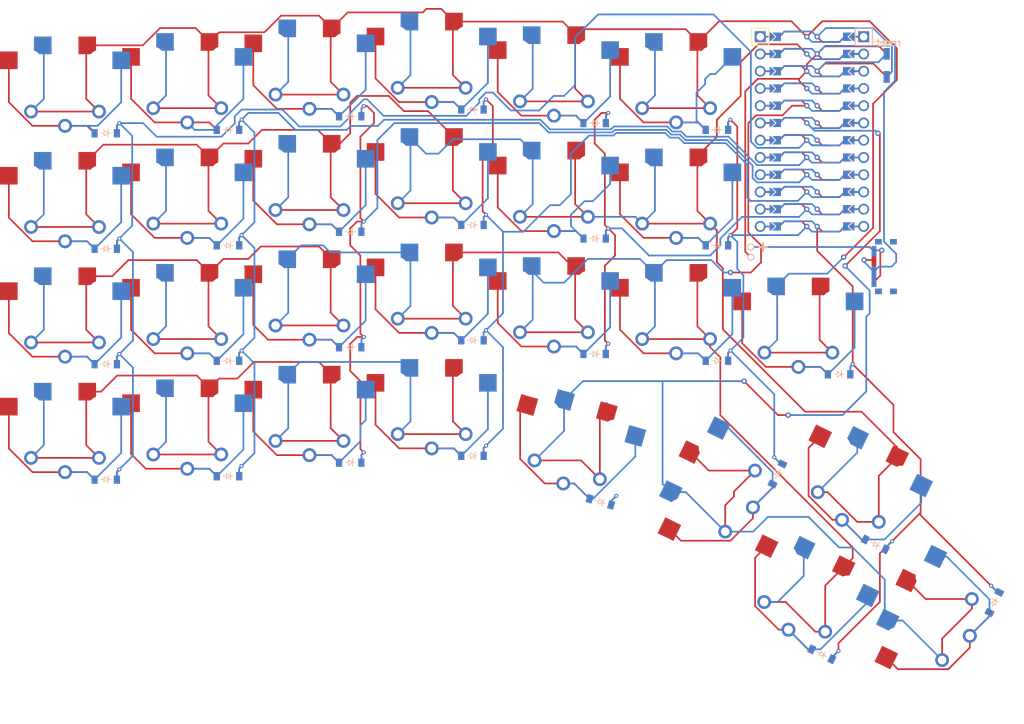
<source format=kicad_pcb>
(kicad_pcb (version 20211014) (generator pcbnew)
  (title_block (title "esper") (rev "v1.0.0") (company "Unknown"))
  (layers (0 "F.Cu" signal) (31 "B.Cu" signal) (34 "B.Paste" user) (35 "F.Paste" user) (36 "B.SilkS" user "B.Silkscreen") (37 "F.SilkS" user "F.Silkscreen") (38 "B.Mask" user) (39 "F.Mask" user) (44 "Edge.Cuts" user))
  (net 0 "")
  (net 1 "P3")
  (net 2 "D1")
  (net 3 "P4")
  (net 4 "P2")
  (net 5 "D2")
  (net 6 "P0")
  (net 7 "D3")
  (net 8 "P1")
  (net 9 "D4")
  (net 10 "D5")
  (net 11 "P5")
  (net 12 "D6")
  (net 13 "D7")
  (net 14 "D8")
  (net 15 "D9")
  (net 16 "P6")
  (net 17 "D10")
  (net 18 "D11")
  (net 19 "D12")
  (net 20 "D13")
  (net 21 "P7")
  (net 22 "D14")
  (net 23 "D15")
  (net 24 "D16")
  (net 25 "D17")
  (net 26 "P8")
  (net 27 "D18")
  (net 28 "D19")
  (net 29 "D20")
  (net 30 "D21")
  (net 31 "P9")
  (net 32 "D22")
  (net 33 "D23")
  (net 34 "D24")
  (net 35 "D26")
  (net 36 "P10")
  (net 37 "D25")
  (net 38 "D27")
  (net 39 "RAW")
  (net 40 "GND")
  (net 41 "RST")
  (net 42 "VCC")
  (net 43 "P21")
  (net 44 "P20")
  (net 45 "P19")
  (net 46 "P18")
  (net 47 "P15")
  (net 48 "P14")
  (net 49 "P16")
  (net 50 "pos")
  (net 51 "D28")
  (footprint "lib:bat" (layer "F.Cu") (at 25.225 -146.6625)
    (fp_text reference "")
    (fp_text value "")
  )
  (footprint "ComboDiode" (layer "F.Cu") (at 2.225 -165.6625 180)
    (fp_text reference "D20" hide)
    (fp_text value "" hide)
  )
  (footprint "ComboDiode" (layer "F.Cu") (at -33.775 -149.6625 180)
    (fp_text reference "D11" hide)
    (fp_text value "" hide)
  )
  (footprint "ComboDiode" (layer "F.Cu") (at -51.775 -130.6625 180)
    (fp_text reference "D6" hide)
    (fp_text value "" hide)
  )
  (footprint "PG1350" (layer "F.Cu") (at 14.225 -154.6625 180)
    (fp_text reference "S43" hide)
    (fp_text value "" hide)
  )
  (footprint "VIA-0.6mm" (layer "F.Cu") (at -67.775 -131.6625)
    (fp_text reference "REF**" hide)
    (fp_text value "VIA-0.6mm" hide)
  )
  (footprint "PG1350" (layer "F.Cu") (at 32.225 -135.6625)
    (fp_text reference "S56" hide)
    (fp_text value "" hide)
  )
  (footprint "PG1350" (layer "F.Cu") (at -39.775 -139.6625)
    (fp_text reference "S20" hide)
    (fp_text value "" hide)
  )
  (footprint "VIA-0.6mm" (layer "F.Cu") (at 38.125032 -87.911945 -26)
    (fp_text reference "REF**" hide)
    (fp_text value "VIA-0.6mm" hide)
  )
  (footprint "PG1350" (layer "F.Cu") (at 14.225 -154.6625)
    (fp_text reference "S44" hide)
    (fp_text value "" hide)
  )
  (footprint "ComboDiode" (layer "F.Cu") (at -15.775 -133.6625 180)
    (fp_text reference "D14" hide)
    (fp_text value "" hide)
  )
  (footprint "PG1350" (layer "F.Cu") (at -3.775 -138.6625 180)
    (fp_text reference "S35" hide)
    (fp_text value "" hide)
  )
  (footprint "ComboDiode" (layer "F.Cu") (at 43.560568 -103.618789 154)
    (fp_text reference "D26" hide)
    (fp_text value "" hide)
  )
  (footprint "PG1350" (layer "F.Cu") (at -57.775 -154.6625 180)
    (fp_text reference "S13" hide)
    (fp_text value "" hide)
  )
  (footprint "VIA-0.6mm" (layer "F.Cu") (at -13.775 -169.1625)
    (fp_text reference "REF**" hide)
    (fp_text value "VIA-0.6mm" hide)
  )
  (footprint "PG1350" (layer "F.Cu") (at 32.225 -135.6625 180)
    (fp_text reference "S55" hide)
    (fp_text value "" hide)
  )
  (footprint "PG1350" (layer "F.Cu") (at -75.775 -171.1625)
    (fp_text reference "S8" hide)
    (fp_text value "" hide)
  )
  (footprint "PG1350" (layer "F.Cu") (at -39.775 -139.6625 180)
    (fp_text reference "S19" hide)
    (fp_text value "" hide)
  )
  (footprint "PG1350" (layer "F.Cu") (at -75.775 -120.1625 180)
    (fp_text reference "S1" hide)
    (fp_text value "" hide)
  )
  (footprint "VIA-0.6mm" (layer "F.Cu") (at -13.775 -152.1625)
    (fp_text reference "REF**" hide)
    (fp_text value "VIA-0.6mm" hide)
  )
  (footprint "ComboDiode" (layer "F.Cu") (at 2.225 -131.6625 180)
    (fp_text reference "D18" hide)
    (fp_text value "" hide)
  )
  (footprint "VIA-0.6mm" (layer "F.Cu") (at -31.775 -134.1625)
    (fp_text reference "REF**" hide)
    (fp_text value "VIA-0.6mm" hide)
  )
  (footprint "VIA-0.6mm" (layer "F.Cu") (at 40.225 -130.1625)
    (fp_text reference "REF**" hide)
    (fp_text value "VIA-0.6mm" hide)
  )
  (footprint "VIA-0.6mm" (layer "F.Cu") (at 4.225 -150.1625)
    (fp_text reference "REF**" hide)
    (fp_text value "VIA-0.6mm" hide)
  )
  (footprint "PG1350" (layer "F.Cu") (at -21.775 -123.6625)
    (fp_text reference "S26" hide)
    (fp_text value "" hide)
  )
  (footprint "ComboDiode" (layer "F.Cu") (at -33.775 -132.6625 180)
    (fp_text reference "D10" hide)
    (fp_text value "" hide)
  )
  (footprint "PG1350" (layer "F.Cu") (at -57.775 -120.6625)
    (fp_text reference "S10" hide)
    (fp_text value "" hide)
  )
  (footprint "ComboDiode" (layer "F.Cu") (at -33.775 -166.6625 180)
    (fp_text reference "D12" hide)
    (fp_text value "" hide)
  )
  (footprint "PG1350" (layer "F.Cu") (at -3.775 -172.6625 180)
    (fp_text reference "S39" hide)
    (fp_text value "" hide)
  )
  (footprint "PG1350" (layer "F.Cu") (at -75.775 -120.1625)
    (fp_text reference "S2" hide)
    (fp_text value "" hide)
  )
  (footprint "VIA-0.6mm" (layer "F.Cu") (at -13.775 -118.1625)
    (fp_text reference "REF**" hide)
    (fp_text value "VIA-0.6mm" hide)
  )
  (footprint "PG1350" (layer "F.Cu") (at -21.775 -123.6625 180)
    (fp_text reference "S25" hide)
    (fp_text value "" hide)
  )
  (footprint "ComboDiode" (layer "F.Cu") (at -33.775 -115.6625 180)
    (fp_text reference "D9" hide)
    (fp_text value "" hide)
  )
  (footprint "VIA-0.6mm" (layer "F.Cu") (at 4.225 -133.1625)
    (fp_text reference "REF**" hide)
    (fp_text value "VIA-0.6mm" hide)
  )
  (footprint "VIA-0.6mm" (layer "F.Cu") (at 46.015712 -104.090238 -26)
    (fp_text reference "REF**" hide)
    (fp_text value "VIA-0.6mm" hide)
  )
  (footprint "PG1350" (layer "F.Cu") (at -75.775 -154.1625)
    (fp_text reference "S6" hide)
    (fp_text value "" hide)
  )
  (footprint "VIA-0.6mm" (layer "F.Cu") (at -49.775 -166.1625)
    (fp_text reference "REF**" hide)
    (fp_text value "VIA-0.6mm" hide)
  )
  (footprint "ComboDiode" (layer "F.Cu") (at 2.225 -148.6625 180)
    (fp_text reference "D19" hide)
    (fp_text value "" hide)
  )
  (footprint "VIA-0.6mm" (layer "F.Cu") (at 5.399088 -110.770462 -16)
    (fp_text reference "REF**" hide)
    (fp_text value "VIA-0.6mm" hide)
  )
  (footprint "PG1350" (layer "F.Cu") (at 14.225 -137.6625)
    (fp_text reference "S42" hide)
    (fp_text value "" hide)
  )
  (footprint "PG1350" (layer "F.Cu") (at 33.345721 -96.362281 154)
    (fp_text reference "S49" hide)
    (fp_text value "" hide)
  )
  (footprint "PG1350" (layer "F.Cu") (at -21.775 -174.6625 180)
    (fp_text reference "S31" hide)
    (fp_text value "" hide)
  )
  (footprint "VIA-0.6mm" (layer "F.Cu") (at 28.675336 -116.441811 64)
    (fp_text reference "REF**" hide)
    (fp_text value "VIA-0.6mm" hide)
  )
  (footprint "PG1350" (layer "F.Cu") (at -57.775 -137.6625 180)
    (fp_text reference "S11" hide)
    (fp_text value "" hide)
  )
  (footprint "ComboDiode" (layer "F.Cu") (at 35.669887 -87.440496 154)
    (fp_text reference "D25" hide)
    (fp_text value "" hide)
  )
  (footprint "PG1350" (layer "F.Cu") (at 14.225 -171.6625)
    (fp_text reference "S46" hide)
    (fp_text value "" hide)
  )
  (footprint "VIA-0.6mm" (layer "F.Cu") (at -49.775 -149.1625)
    (fp_text reference "REF**" hide)
    (fp_text value "VIA-0.6mm" hide)
  )
  (footprint "VIA-0.6mm" (layer "F.Cu") (at -31.775 -168.1625)
    (fp_text reference "REF**" hide)
    (fp_text value "VIA-0.6mm" hide)
  )
  (footprint "PG1350" (layer "F.Cu") (at 41.236401 -112.540574 -26)
    (fp_text reference "S52" hide)
    (fp_text value "" hide)
  )
  (footprint "PG1350" (layer "F.Cu") (at 41.236401 -112.540574 154)
    (fp_text reference "S51" hide)
    (fp_text value "" hide)
  )
  (footprint "Button_Switch_SMD:SW_SPDT_PCM12" (layer "F.Cu") (at 44.786644 -144.532598 90)
    (fp_text reference "")
    (fp_text value "")
  )
  (footprint "PG1350" (layer "F.Cu") (at -0.775 -118.2625 -16)
    (fp_text reference "S34" hide)
    (fp_text value "" hide)
  )
  (footprint "ComboDiode" (layer "F.Cu") (at -15.775 -167.6625 180)
    (fp_text reference "D16" hide)
    (fp_text value "" hide)
  )
  (footprint "PG1350" (layer "F.Cu") (at -39.775 -122.6625 180)
    (fp_text reference "S17" hide)
    (fp_text value "" hide)
  )
  (footprint "ComboDiode" (layer "F.Cu") (at -69.775 -147.1625 180)
    (fp_text reference "D3" hide)
    (fp_text value "" hide)
  )
  (footprint "PG1350" (layer "F.Cu") (at -75.775 -137.1625)
    (fp_text reference "S4" hide)
    (fp_text value "" hide)
  )
  (footprint "PG1350" (layer "F.Cu") (at 33.345721 -96.362281 -26)
    (fp_text reference "S50" hide)
    (fp_text value "" hide)
  )
  (footprint "PG1350" (layer "F.Cu") (at -0.775 -118.2625 164)
    (fp_text reference "S33" hide)
    (fp_text value "" hide)
  )
  (footprint "VIA-0.6mm" (layer "F.Cu") (at -31.775 -117.1625)
    (fp_text reference "REF**" hide)
    (fp_text value "VIA-0.6mm" hide)
  )
  (footprint "PG1350" (layer "F.Cu") (at -57.775 -154.6625)
    (fp_text reference "S14" hide)
    (fp_text value "" hide)
  )
  (footprint "ComboDiode" (layer "F.Cu") (at -15.775 -116.6625 180)
    (fp_text reference "D13" hide)
    (fp_text value "" hide)
  )
  (footprint "PG1350" (layer "F.Cu") (at -57.775 -171.6625 180)
    (fp_text reference "S15" hide)
    (fp_text value "" hide)
  )
  (footprint "PG1350" (layer "F.Cu") (at -3.775 -155.6625)
    (fp_text reference "S38" hide)
    (fp_text value "" hide)
  )
  (footprint "PG1350" (layer "F.Cu") (at 14.225 -137.6625 180)
    (fp_text reference "S41" hide)
    (fp_text value "" hide)
  )
  (footprint "PG1350" (layer "F.Cu") (at -21.775 -157.6625)
    (fp_text reference "S30" hide)
    (fp_text value "" hide)
  )
  (footprint "ComboDiode" (layer "F.Cu") (at 38.225 -128.6625 180)
    (fp_text reference "D28" hide)
    (fp_text value "" hide)
  )
  (footprint "PG1350" (layer "F.Cu") (at -39.775 -156.6625)
    (fp_text reference "S22" hide)
    (fp_text value "" hide)
  )
  (footprint "PG1350" (layer "F.Cu") (at -39.775 -156.6625 180)
    (fp_text reference "S21" hide)
    (fp_text value "" hide)
  )
  (footprint "Button_Switch_SMD:SW_SPST_B3U-1000P" (layer "F.Cu") (at 45.225 -174.1625 -90)
    (fp_text reference "")
    (fp_text value "")
  )
  (footprint "ComboDiode" (layer "F.Cu") (at -69.775 -113.1625 180)
    (fp_text reference "D1" hide)
    (fp_text value "" hide)
  )
  (footprint "ComboDiode" (layer "F.Cu") (at -51.775 -113.6625 180)
    (fp_text reference "D5" hide)
    (fp_text value "" hide)
  )
  (footprint "VIA-0.6mm" (layer "F.Cu") (at 22.225 -132.1625)
    (fp_text reference "REF**" hide)
    (fp_text value "VIA-0.6mm" hide)
  )
  (footprint "ComboDiode" (layer "F.Cu") (at -51.775 -147.6625 180)
    (fp_text reference "D7" hide)
    (fp_text value "" hide)
  )
  (footprint "PG1350" (layer "F.Cu") (at -57.775 -137.6625)
    (fp_text reference "S12" hide)
    (fp_text value "" hide)
  )
  (footprint "VIA-0.6mm" (layer "F.Cu") (at 4.225 -167.1625)
    (fp_text reference "REF**" hide)
    (fp_text value "VIA-0.6mm" hide)
  )
  (footprint "PG1350" (layer "F.Cu") (at 14.225 -171.6625 180)
    (fp_text reference "S45" hide)
    (fp_text value "" hide)
  )
  (footprint "ComboDiode" (layer "F.Cu") (at -69.775 -164.1625 180)
    (fp_text reference "D4" hide)
    (fp_text value "" hide)
  )
  (footprint "ComboDiode" (layer "F.Cu") (at 20.225 -164.6625 180)
    (fp_text reference "D23" hide)
    (fp_text value "" hide)
  )
  (footprint "VIA-0.6mm" (layer "F.Cu") (at 22.225 -149.1625)
    (fp_text reference "REF**" hide)
    (fp_text value "VIA-0.6mm" hide)
  )
  (footprint "VIA-0.6mm" (layer "F.Cu") (at -49.775 -132.1625)
    (fp_text reference "REF**" hide)
    (fp_text value "VIA-0.6mm" hide)
  )
  (footprint "PG1350" (layer "F.Cu") (at -39.775 -173.6625 180)
    (fp_text reference "S23" hide)
    (fp_text value "" hide)
  )
  (footprint "PG1350" (layer "F.Cu") (at -21.775 -140.6625)
    (fp_text reference "S28" hide)
    (fp_text value "" hide)
  )
  (footprint "PG1350" (layer "F.Cu") (at 52.165266 -92.746385 -116)
    (fp_text reference "S53" hide)
    (fp_text value "" hide)
  )
  (footprint "PG1350" (layer "F.Cu") (at -75.775 -154.1625 180)
    (fp_text reference "S5" hide)
    (fp_text value "" hide)
  )
  (footprint "PG1350" (layer "F.Cu") (at 20.225 -111.6625 -116)
    (fp_text reference "S47" hide)
    (fp_text value "" hide)
  )
  (footprint "VIA-0.6mm" (layer "F.Cu") (at 60.615603 -97.525696 64)
    (fp_text reference "REF**" hide)
    (fp_text value "VIA-0.6mm" hide)
  )
  (footprint "PG1350" (layer "F.Cu") (at -3.775 -155.6625 180)
    (fp_text reference "S37" hide)
    (fp_text value "" hide)
  )
  (footprint "PG1350" (layer "F.Cu") (at -75.775 -137.1625 180)
    (fp_text reference "S3" hide)
    (fp_text value "" hide)
  )
  (footprint "VIA-0.6mm" (layer "F.Cu") (at 22.225 -166.1625)
    (fp_text reference "REF**" hide)
    (fp_text value "VIA-0.6mm" hide)
  )
  (footprint "PG1350" (layer "F.Cu") (at -3.775 -138.6625)
    (fp_text reference "S36" hide)
    (fp_text value "" hide)
  )
  (footprint "ComboDiode" (layer "F.Cu") (at 61.087052 -95.070552 -116)
    (fp_text reference "D27" hide)
    (fp_text value "" hide)
  )
  (footprint "VIA-0.6mm" (layer "F.Cu") (at -67.775 -148.6625)
    (fp_text reference "REF**" hide)
    (fp_text value "VIA-0.6mm" hide)
  )
  (footprint "VIA-0.6mm" (layer "F.Cu") (at -67.775 -114.6625)
    (fp_text reference "REF**" hide)
    (fp_text value "VIA-0.6mm" hide)
  )
  (footprint "PG1350" (layer "F.Cu") (at -39.775 -122.6625)
    (fp_text reference "S18" hide)
    (fp_text value "" hide)
  )
  (footprint "PG1350" (layer "F.Cu") (at 52.165266 -92.746385 64)
    (fp_text reference "S54" hide)
    (fp_text value "" hide)
  )
  (footprint "PG1350" (layer "F.Cu") (at -57.775 -171.6625)
    (fp_text reference "S16" hide)
    (fp_text value "" hide)
  )
  (footprint "PG1350" (layer "F.Cu") (at -21.775 -174.6625)
    (fp_text reference "S32" hide)
    (fp_text value "" hide)
  )
  (footprint "VIA-0.6mm" (layer "F.Cu") (at -49.775 -115.1625)
    (fp_text reference "REF**" hide)
    (fp_text value "VIA-0.6mm" hide)
  )
  (footprint "PG1350" (layer "F.Cu") (at -57.775 -120.6625 180)
    (fp_text reference "S9" hide)
    (fp_text value "" hide)
  )
  (footprint "VIA-0.6mm" (layer "F.Cu") (at -13.775 -135.1625)
    (fp_text reference "REF**" hide)
    (fp_text value "VIA-0.6mm" hide)
  )
  (footprint "ComboDiode" (layer "F.Cu") (at 29.146785 -113.986666 -116)
    (fp_text reference "D24" hide)
    (fp_text value "" hide)
  )
  (footprint "ComboDiode" (layer "F.Cu") (at 3.063109 -109.879844 164)
    (fp_text reference "D17" hide)
    (fp_text value "" hide)
  )
  (footprint "PG1350" (layer "F.Cu") (at -39.775 -173.6625)
    (fp_text reference "S24" hide)
    (fp_text value "" hide)
  )
  (footprint "PG1350" (layer "F.Cu") (at 20.225 -111.6625 64)
    (fp_text reference "S48" hide)
    (fp_text value "" hide)
  )
  (footprint "ComboDiode" (layer "F.Cu") (at 20.225 -147.6625 180)
    (fp_text reference "D22" hide)
    (fp_text value "" hide)
  )
  (footprint "ProMicro" (layer "F.Cu") (at 34.225 -164.4125 -90)
    (fp_text reference "MCU1" hide)
    (fp_text value "")
  )
  (footprint "VIA-0.6mm" (layer "F.Cu") (at -67.775 -165.6625)
    (fp_text reference "REF**" hide)
    (fp_text value "VIA-0.6mm" hide)
  )
  (footprint "PG1350" (layer "F.Cu") (at -21.775 -157.6625 180)
    (fp_text reference "S29" hide)
    (fp_text value "" hide)
  )
  (footprint "PG1350" (layer "F.Cu") (at -75.775 -171.1625 180)
    (fp_text reference "S7" hide)
    (fp_text value "" hide)
  )
  (footprint "ComboDiode" (layer "F.Cu") (at -51.775 -164.6625 180)
    (fp_text reference "D8" hide)
    (fp_text value "" hide)
  )
  (footprint "ComboDiode" (layer "F.Cu") (at -69.775 -130.1625 180)
    (fp_text reference "D2" hide)
    (fp_text value "" hide)
  )
  (footprint "VIA-0.6mm" (layer "F.Cu") (at -31.775 -151.1625)
    (fp_text reference "REF**" hide)
    (fp_text value "VIA-0.6mm" hide)
  )
  (footprint "ComboDiode" (layer "F.Cu") (at -15.775 -150.6625 180)
    (fp_text reference "D15" hide)
    (fp_text value "" hide)
  )
  (footprint "PG1350" (layer "F.Cu") (at -21.775 -140.6625 180)
    (fp_text reference "S27" hide)
    (fp_text value "" hide)
  )
  (footprint "ComboDiode" (layer "F.Cu") (at 20.225 -130.6625 180)
    (fp_text reference "D21" hide)
    (fp_text value "" hide)
  )
  (footprint "PG1350" (layer "F.Cu") (at -3.775 -172.6625)
    (fp_text reference "S40" hide)
    (fp_text value "" hide)
  )
  (gr_text "reset" (at 45.5 -177.5) (layer "B.SilkS") (effects (font (size 1 1)) (justify mirror)))
  (gr_text "+" (at 27 -147.5) (layer "B.SilkS") (effects (font (size 1.5 1.5) (thickness 0.3))))
  (gr_text "reset" (at 45 -177.5) (layer "F.SilkS") (effects (font (size 1 1))))
  (gr_text "+" (at 27 -147.5) (layer "F.SilkS") (effects (font (size 1.5 1.5) (thickness 0.3))))
  (segment (start 48.253107 -98.298244) (end 50.976806 -95.574545) (width 0.25) (layer "F.Cu") (net 1))
  (segment (start 57.772539 -95.574545) (end 57.772539 -94.137705) (width 0.25) (layer "F.Cu") (net 1))
  (segment (start 19.03654 -114.49066) (end 25.832273 -114.49066) (width 0.25) (layer "F.Cu") (net 1))
  (segment (start -18.649521 -129.462979) (end -18.649521 -121.737021) (width 0.25) (layer "F.Cu") (net 1))
  (segment (start 16.312841 -117.214359) (end 19.03654 -114.49066) (width 0.25) (layer "F.Cu") (net 1))
  (segment (start -47.950479 -130.487021) (end -38.374521 -130.487021) (width 0.25) (layer "F.Cu") (net 1))
  (segment (start -26.775 -119.8625) (end -16.775 -119.8625) (width 0.25) (layer "F.Cu") (net 1))
  (segment (start 50.976806 -95.574545) (end 57.772539 -95.574545) (width 0.25) (layer "F.Cu") (net 1))
  (segment (start -68.101457 -128.487021) (end -56.374521 -128.487021) (width 0.25) (layer "F.Cu") (net 1))
  (segment (start -54.5 -126.6125) (end -53.075489 -128.037011) (width 0.25) (layer "F.Cu") (net 1))
  (segment (start 57.772539 -94.137705) (end 53.388828 -89.753994) (width 0.25) (layer "F.Cu") (net 1))
  (segment (start -44.775 -118.8625) (end -34.775 -118.8625) (width 0.25) (layer "F.Cu") (net 1))
  (segment (start 53.388828 -89.753994) (end 53.388828 -86.586604) (width 0.25) (layer "F.Cu") (net 1))
  (segment (start -18.649521 -121.737021) (end -16.775 -119.8625) (width 0.25) (layer "F.Cu") (net 1))
  (segment (start -72.649521 -118.237021) (end -70.775 -116.3625) (width 0.25) (layer "F.Cu") (net 1))
  (segment (start -72.5 -126.1125) (end -72.649521 -125.962979) (width 0.25) (layer "F.Cu") (net 1))
  (segment (start 24.225 -127.6625) (end 29.225 -122.6625) (width 0.25) (layer "F.Cu") (net 1))
  (segment (start -54.649521 -118.737021) (end -52.775 -116.8625) (width 0.25) (layer "F.Cu") (net 1))
  (segment (start 29.225 -122.6625) (end 30.725 -122.6625) (width 0.25) (layer "F.Cu") (net 1))
  (segment (start -70.475978 -126.1125) (end -68.101457 -128.487021) (width 0.25) (layer "F.Cu") (net 1))
  (segment (start -70.775 -116.3625) (end -80.775 -116.3625) (width 0.25) (layer "F.Cu") (net 1))
  (segment (start -54.5 -126.6125) (end -54.649521 -126.462979) (width 0.25) (layer "F.Cu") (net 1))
  (segment (start 39.099333 -144.627138) (end 44.225 -149.752805) (width 0.25) (layer "F.Cu") (net 1))
  (segment (start 22.725 -111.383387) (end 22.725 -110.6625) (width 0.25) (layer "F.Cu") (net 1))
  (segment (start -36.649521 -120.737021) (end -34.775 -118.8625) (width 0.25) (layer "F.Cu") (net 1))
  (segment (start -36.649521 -128.462979) (end -36.649521 -120.737021) (width 0.25) (layer "F.Cu") (net 1))
  (segment (start 2.983887 -113.231519) (end 0.227514 -115.987892) (width 0.25) (layer "F.Cu") (net 1))
  (segment (start -72.649521 -125.962979) (end -72.649521 -118.237021) (width 0.25) (layer "F.Cu") (net 1))
  (segment (start -56.374521 -128.487021) (end -54.5 -126.6125) (width 0.25) (layer "F.Cu") (net 1))
  (segment (start 44.225 -149.752805) (end 44.225 -163.887) (width 0.25) (layer "F.Cu") (net 1))
  (segment (start -72.5 -126.1125) (end -70.475978 -126.1125) (width 0.25) (layer "F.Cu") (net 1))
  (segment (start 4.013174 -123.079295) (end 2.983887 -122.050008) (width 0.25) (layer "F.Cu") (net 1))
  (segment (start 0.227514 -115.987892) (end -6.62873 -115.987892) (width 0.25) (layer "F.Cu") (net 1))
  (segment (start 4.013174 -124.431685) (end 4.013174 -123.079295) (width 0.25) (layer "F.Cu") (net 1))
  (segment (start -53.075489 -128.037011) (end -50.400489 -128.037011) (width 0.25) (layer "F.Cu") (net 1))
  (segment (start 22.725 -110.6625) (end 21.448562 -109.386062) (width 0.25) (layer "F.Cu") (net 1))
  (segment (start 2.983887 -122.050008) (end 2.983887 -113.231519) (width 0.25) (layer "F.Cu") (net 1))
  (segment (start 21.448562 -109.386062) (end 21.448562 -105.502719) (width 0.25) (layer "F.Cu") (net 1))
  (segment (start 25.832273 -114.49066) (end 22.725 -111.383387) (width 0.25) (layer "F.Cu") (net 1))
  (segment (start -54.649521 -126.462979) (end -54.649521 -118.737021) (width 0.25) (layer "F.Cu") (net 1))
  (segment (start -36.5 -128.6125) (end -36.649521 -128.462979) (width 0.25) (layer "F.Cu") (net 1))
  (segment (start -50.400489 -128.037011) (end -47.950479 -130.487021) (width 0.25) (layer "F.Cu") (net 1))
  (segment (start -18.5 -129.6125) (end -18.649521 -129.462979) (width 0.25) (layer "F.Cu") (net 1))
  (segment (start 44.225 -163.887) (end 43.9495 -164.1625) (width 0.25) (layer "F.Cu") (net 1))
  (segment (start -62.775 -116.8625) (end -52.775 -116.8625) (width 0.25) (layer "F.Cu") (net 1))
  (segment (start -38.374521 -130.487021) (end -36.5 -128.6125) (width 0.25) (layer "F.Cu") (net 1))
  (via (at 24.225 -127.6625) (size 0.8) (drill 0.4) (layers "F.Cu" "B.Cu") (net 1))
  (via (at 30.725 -122.6625) (size 0.8) (drill 0.4) (layers "F.Cu" "B.Cu") (net 1))
  (via (at 43.9495 -164.1625) (size 0.8) (drill 0.4) (layers "F.Cu" "B.Cu") (net 1))
  (via (at 39.099333 -144.627138) (size 0.8) (drill 0.4) (layers "F.Cu" "B.Cu") (net 1))
  (segment (start -2.28309 -124.884719) (end -2.28309 -120.333532) (width 0.25) (layer "B.Cu") (net 1))
  (segment (start 44.94292 -92.849999) (end 45.381776 -92.411143) (width 0.25) (layer "B.Cu") (net 1))
  (segment (start -79.05 -126.1125) (end -78.900479 -125.962979) (width 0.25) (layer "B.Cu") (net 1))
  (segment (start -2.28309 -120.333532) (end -6.62873 -115.987892) (width 0.25) (layer "B.Cu") (net 1))
  (segment (start 0.494691 -127.6625) (end 12.225 -127.6625) (width 0.25) (layer "B.Cu") (net 1))
  (segment (start 12.225 -112.543768) (end 12.225 -127.6625) (width 0.25) (layer "B.Cu") (net 1))
  (segment (start 47.564289 -92.411143) (end 53.388828 -86.586604) (width 0.25) (layer "B.Cu") (net 1))
  (segment (start 13.44151 -111.327258) (end 12.225 -112.543768) (width 0.25) (layer "B.Cu") (net 1))
  (segment (start 21.448562 -105.502719) (end 25.565219 -105.502719) (width 0.25) (layer "B.Cu") (net 1))
  (segment (start -60.900479 -126.462979) (end -60.900479 -118.737021) (width 0.25) (layer "B.Cu") (net 1))
  (segment (start -78.900479 -118.237021) (end -80.775 -116.3625) (width 0.25) (layer "B.Cu") (net 1))
  (segment (start 38.225 -103.1625) (end 40.225 -103.1625) (width 0.25) (layer "B.Cu") (net 1))
  (segment (start -42.900479 -120.737021) (end -44.775 -118.8625) (width 0.25) (layer "B.Cu") (net 1))
  (segment (start -2.28309 -124.884719) (end 0.494691 -127.6625) (width 0.25) (layer "B.Cu") (net 1))
  (segment (start 25.565219 -105.502719) (end 27.725 -107.6625) (width 0.25) (layer "B.Cu") (net 1))
  (segment (start 43.571783 -164.540217) (end 34.605283 -164.540217) (width 0.25) (layer "B.Cu") (net 1))
  (segment (start -42.900479 -128.462979) (end -42.900479 -120.737021) (width 0.25) (layer "B.Cu") (net 1))
  (segment (start -60.900479 -118.737021) (end -62.775 -116.8625) (width 0.25) (layer "B.Cu") (net 1))
  (segment (start -25.924521 -130.487021) (end -25.05 -129.6125) (width 0.25) (layer "B.Cu") (net 1))
  (segment (start 42.225 -137.1625) (end 42.225 -126.1625) (width 0.25) (layer "B.Cu") (net 1))
  (segment (start 27.725 -107.6625) (end 33.725 -107.6625) (width 0.25) (layer "B.Cu") (net 1))
  (segment (start 42.725 -137.6625) (end 42.225 -137.1625) (width 0.25) (layer "B.Cu") (net 1))
  (segment (start 44.94292 -98.44458) (end 44.94292 -92.849999) (width 0.25) (layer "B.Cu") (net 1))
  (segment (start 45.381776 -92.411143) (end 47.564289 -92.411143) (width 0.25) (layer "B.Cu") (net 1))
  (segment (start -43.05 -128.6125) (end -42.900479 -128.462979) (width 0.25) (layer "B.Cu") (net 1))
  (segment (start 42.725 -141.001471) (end 42.725 -137.6625) (width 0.25) (layer "B.Cu") (net 1))
  (segment (start -24.900479 -129.462979) (end -24.900479 -121.737021) (width 0.25) (layer "B.Cu") (net 1))
  (segment (start -41.175479 -130.487021) (end -25.924521 -130.487021) (width 0.25) (layer "B.Cu") (net 1))
  (segment (start -43.05 -128.6125) (end -41.175479 -130.487021) (width 0.25) (layer "B.Cu") (net 1))
  (segment (start 13.44151 -111.327258) (end 15.624023 -111.327258) (width 0.25) (layer "B.Cu") (net 1))
  (segment (start 40.225 -103.1625) (end 44.94292 -98.44458) (width 0.25) (layer "B.Cu") (net 1))
  (segment (start 33.725 -107.6625) (end 38.225 -103.1625) (width 0.25) (layer "B.Cu") (net 1))
  (segment (start 15.624023 -111.327258) (end 21.448562 -105.502719) (width 0.25) (layer "B.Cu") (net 1))
  (segment (start -25.05 -129.6125) (end -24.900479 -129.462979) (width 0.25) (layer "B.Cu") (net 1))
  (segment (start 39.099333 -144.627138) (end 42.725 -141.001471) (width 0.25) (layer "B.Cu") (net 1))
  (segment (start 38.725 -122.6625) (end 30.725 -122.6625) (width 0.25) (layer "B.Cu") (net 1))
  (segment (start -24.900479 -121.737021) (end -26.775 -119.8625) (width 0.25) (layer "B.Cu") (net 1))
  (segment (start -78.900479 -125.962979) (end -78.900479 -118.237021) (width 0.25) (layer "B.Cu") (net 1))
  (segment (start 42.225 -126.1625) (end 38.725 -122.6625) (width 0.25) (layer "B.Cu") (net 1))
  (segment (start 12.225 -127.6625) (end 24.225 -127.6625) (width 0.25) (layer "B.Cu") (net 1))
  (segment (start 34.605283 -164.540217) (end 33.463 -165.6825) (width 0.25) (layer "B.Cu") (net 1))
  (segment (start -61.05 -126.6125) (end -60.900479 -126.462979) (width 0.25) (layer "B.Cu") (net 1))
  (segment (start 43.9495 -164.1625) (end 43.571783 -164.540217) (width 0.25) (layer "B.Cu") (net 1))
  (segment (start -84.05 -123.9125) (end -84.05 -117.74173) (width 0.25) (layer "F.Cu") (net 2))
  (segment (start -84.05 -117.74173) (end -80.57077 -114.2625) (width 0.25) (layer "F.Cu") (net 2))
  (segment (start -80.57077 -114.2625) (end -75.775 -114.2625) (width 0.25) (layer "F.Cu") (net 2))
  (segment (start -75.775 -114.2625) (end -72.525 -114.2625) (width 0.25) (layer "F.Cu") (net 2))
  (segment (start -72.525 -114.2625) (end -71.425 -113.1625) (width 0.25) (layer "F.Cu") (net 2))
  (segment (start -72.525 -114.2625) (end -71.425 -113.1625) (width 0.25) (layer "B.Cu") (net 2))
  (segment (start -75.775 -114.2625) (end -72.525 -114.2625) (width 0.25) (layer "B.Cu") (net 2))
  (segment (start -67.5 -117.0875) (end -67.5 -123.9125) (width 0.25) (layer "B.Cu") (net 2))
  (segment (start -71.425 -113.1625) (end -67.5 -117.0875) (width 0.25) (layer "B.Cu") (net 2))
  (segment (start -68.125 -165.3125) (end -67.775 -165.6625) (width 0.25) (layer "F.Cu") (net 3))
  (segment (start -68.125 -148.3125) (end -67.775 -148.6625) (width 0.25) (layer "F.Cu") (net 3))
  (segment (start -68.125 -147.1625) (end -68.125 -148.3125) (width 0.25) (layer "F.Cu") (net 3))
  (segment (start -68.125 -131.3125) (end -67.775 -131.6625) (width 0.25) (layer "F.Cu") (net 3))
  (segment (start -68.125 -164.1625) (end -68.125 -165.3125) (width 0.25) (layer "F.Cu") (net 3))
  (segment (start -68.125 -130.1625) (end -68.125 -131.3125) (width 0.25) (layer "F.Cu") (net 3))
  (segment (start -68.125 -113.1625) (end -68.125 -114.3125) (width 0.25) (layer "F.Cu") (net 3))
  (segment (start -68.125 -114.3125) (end -67.775 -114.6625) (width 0.25) (layer "F.Cu") (net 3))
  (segment (start -43.775 -167.6625) (end -41.275 -165.1625) (width 0.25) (layer "B.Cu") (net 3))
  (segment (start -65.875489 -163.762989) (end -65.875489 -150.562011) (width 0.25) (layer "B.Cu") (net 3))
  (segment (start 32.338489 -162.017989) (end 33.463 -163.1425) (width 0.25) (layer "B.Cu") (net 3))
  (segment (start -67.775 -148.6625) (end -65.775 -146.6625) (width 0.25) (layer "B.Cu") (net 3))
  (segment (start -28.850489 -166.737989) (end -16.699511 -166.737989) (width 0.25) (layer "B.Cu") (net 3))
  (segment (start -68.125 -147.1625) (end -68.125 -148.3125) (width 0.25) (layer "B.Cu") (net 3))
  (segment (start 25.225 -162.9322) (end 26.139211 -162.017989) (width 0.25) (layer "B.Cu") (net 3))
  (segment (start -14.775 -168.6625) (end -14.775 -169.1625) (width 0.25) (layer "B.Cu") (net 3))
  (segment (start -65.775 -146.6625) (end -65.775 -133.6625) (width 0.25) (layer "B.Cu") (net 3))
  (segment (start -67.775 -165.6625) (end -65.875489 -163.762989) (width 0.25) (layer "B.Cu") (net 3))
  (segment (start -10.134489 -167.521989) (end -5.961188 -167.521989) (width 0.25) (layer "B.Cu") (net 3))
  (segment (start 36.480489 -162.417989) (end 34.187511 -162.417989) (width 0.25) (layer "B.Cu") (net 3))
  (segment (start -65.775 -116.6625) (end -67.775 -114.6625) (width 0.25) (layer "B.Cu") (net 3))
  (segment (start -50.775 -166.6625) (end -49.775 -167.6625) (width 0.25) (layer "B.Cu") (net 3))
  (segment (start -35.225978 -165.1625) (end -33.775 -166.613478) (width 0.25) (layer "B.Cu") (net 3))
  (segment (start -65.875489 -150.562011) (end -67.775 -148.6625) (width 0.25) (layer "B.Cu") (net 3))
  (segment (start 34.187511 -162.417989) (end 33.463 -163.1425) (width 0.25) (layer "B.Cu") (net 3))
  (segment (start -0.649521 -178.287979) (end 2.725 -181.6625) (width 0.25) (layer "B.Cu") (net 3))
  (segment (start -64.275 -165.6625) (end -62.275 -163.6625) (width 0.25) (layer "B.Cu") (net 3))
  (segment (start -52.725978 -163.6625) (end -50.775 -165.613478) (width 0.25) (layer "B.Cu") (net 3))
  (segment (start -68.125 -131.3125) (end -67.775 -131.6625) (width 0.25) (layer "B.Cu") (net 3))
  (segment (start -5.961188 -167.521989) (end -3.820677 -169.6625) (width 0.25) (layer "B.Cu") (net 3))
  (segment (start -12.775 -170.1625) (end -10.134489 -167.521989) (width 0.25) (layer "B.Cu") (net 3))
  (segment (start 26.139211 -162.017989) (end 32.338489 -162.017989) (width 0.25) (layer "B.Cu") (net 3))
  (segment (start -68.125 -165.3125) (end -67.775 -165.6625) (width 0.25) (layer "B.Cu") (net 3))
  (segment (start 25.225 -176.1625) (end 25.225 -162.9322) (width 0.25) (layer "B.Cu") (net 3))
  (segment (start -31.275 -169.1625) (end -28.850489 -166.737989) (width 0.25) (layer "B.Cu") (net 3))
  (segment (start -33.775 -166.613478) (end -33.775 -167.1625) (width 0.25) (layer "B.Cu") (net 3))
  (segment (start -62.275 -163.6625) (end -52.725978 -163.6625) (width 0.25) (layer "B.Cu") (net 3))
  (segment (start -68.125 -113.1625) (end -68.125 -114.3125) (width 0.25) (layer "B.Cu") (net 3))
  (segment (start -0.649521 -171.287979) (end -0.649521 -178.287979) (width 0.25) (layer "B.Cu") (net 3))
  (segment (start -3.820677 -169.6625) (end -2.275 -169.6625) (width 0.25) (layer "B.Cu") (net 3))
  (segment (start -68.125 -164.1625) (end -68.125 -165.3125) (width 0.25) (layer "B.Cu") (net 3))
  (segment (start 2.725 -181.6625) (end 19.725 -181.6625) (width 0.25) (layer "B.Cu") (net 3))
  (segment (start -2.275 -169.6625) (end -0.649521 -171.287979) (width 0.25) (layer "B.Cu") (net 3))
  (segment (start -67.775 -131.6625) (end -65.775 -129.6625) (width 0.25) (layer "B.Cu") (net 3))
  (segment (start -13.775 -170.1625) (end -12.775 -170.1625) (width 0.25) (layer "B.Cu") (net 3))
  (segment (start -65.775 -129.6625) (end -65.775 -116.6625) (width 0.25) (layer "B.Cu") (net 3))
  (segment (start -50.775 -165.613478) (end -50.775 -166.6625) (width 0.25) (layer "B.Cu") (net 3))
  (segment (start -41.275 -165.1625) (end -35.225978 -165.1625) (width 0.25) (layer "B.Cu") (net 3))
  (segment (start -68.125 -130.1625) (end -68.125 -131.3125) (width 0.25) (layer "B.Cu") (net 3))
  (segment (start -14.775 -169.1625) (end -13.775 -170.1625) (width 0.25) (layer "B.Cu") (net 3))
  (segment (start -49.775 -167.6625) (end -43.775 -167.6625) (width 0.25) (layer "B.Cu") (net 3))
  (segment (start 19.725 -181.6625) (end 25.225 -176.1625) (width 0.25) (layer "B.Cu") (net 3))
  (segment (start -16.699511 -166.737989) (end -14.775 -168.6625) (width 0.25) (layer "B.Cu") (net 3))
  (segment (start -68.125 -148.3125) (end -67.775 -148.6625) (width 0.25) (layer "B.Cu") (net 3))
  (segment (start -33.775 -167.1625) (end -31.775 -169.1625) (width 0.25) (layer "B.Cu") (net 3))
  (segment (start -67.775 -165.6625) (end -64.275 -165.6625) (width 0.25) (layer "B.Cu") (net 3))
  (segment (start -31.775 -169.1625) (end -31.275 -169.1625) (width 0.25) (layer "B.Cu") (net 3))
  (segment (start -68.125 -114.3125) (end -67.775 -114.6625) (width 0.25) (layer "B.Cu") (net 3))
  (segment (start -65.775 -133.6625) (end -67.775 -131.6625) (width 0.25) (layer "B.Cu") (net 3))
  (segment (start 25.99452 -166.807011) (end 29.887793 -166.807011) (width 0.25) (layer "F.Cu") (net 4))
  (segment (start 40.225 -103.1625) (end 40.225 -101.60186) (width 0.25) (layer "F.Cu") (net 4))
  (segment (start 24.850009 -149.537491) (end 24.850009 -165.6625) (width 0.25) (layer "F.Cu") (net 4))
  (segment (start 34.737041 -90.755008) (end 30.35333 -95.138719) (width 0.25) (layer "F.Cu") (net 4))
  (segment (start -1.124026 -144.6125) (end -0.5 -144.6125) (width 0.25) (layer "F.Cu") (net 4))
  (segment (start 17.5 -143.6125) (end 17.350479 -143.462979) (width 0.25) (layer "F.Cu") (net 4))
  (segment (start 17.350479 -143.462979) (end 17.350479 -135.737021) (width 0.25) (layer "F.Cu") (net 4))
  (segment (start -0.649521 -136.737021) (end 1.225 -134.8625) (width 0.25) (layer "F.Cu") (net 4))
  (segment (start 20.725 -131.1625) (end 20.725 -122.6625) (width 0.25) (layer "F.Cu") (net 4))
  (segment (start -72.5 -143.1125) (end -68.825 -143.1125) (width 0.25) (layer "F.Cu") (net 4))
  (segment (start -70.775 -133.3625) (end -80.775 -133.3625) (width 0.25) (layer "F.Cu") (net 4))
  (segment (start -48.775 -145.6625) (end -46.950479 -147.487021) (width 0.25) (layer "F.Cu") (net 4))
  (segment (start 19.225 -133.8625) (end 19.225 -132.6625) (width 0.25) (layer "F.Cu") (net 4))
  (segment (start 38.89758 -100.27444) (end 36.173881 -97.550741) (width 0.25) (layer "F.Cu") (net 4))
  (segment (start -36.5 -145.6125) (end -36.649521 -145.462979) (width 0.25) (layer "F.Cu") (net 4))
  (segment (start 17.350479 -135.737021) (end 19.225 -133.8625) (width 0.25) (layer "F.Cu") (net 4))
  (segment (start -54.5 -143.6125) (end -54.649521 -143.462979) (width 0.25) (layer "F.Cu") (net 4))
  (segment (start -0.5 -144.6125) (end -0.649521 -144.462979) (width 0.25) (layer "F.Cu") (net 4))
  (segment (start -68.825 -143.1125) (end -66.450479 -145.487021) (width 0.25) (layer "F.Cu") (net 4))
  (segment (start 1.225 -134.8625) (end -8.775 -134.8625) (width 0.25) (layer "F.Cu") (net 4))
  (segment (start -72.649521 -135.237021) (end -70.775 -133.3625) (width 0.25) (layer "F.Cu") (net 4))
  (segment (start 19.225 -133.8625) (end 9.225 -133.8625) (width 0.25) (layer "F.Cu") (net 4))
  (segment (start -18.5 -146.6125) (end -3.124026 -146.6125) (width 0.25) (layer "F.Cu") (net 4))
  (segment (start -72.649521 -142.962979) (end -72.649521 -135.237021) (width 0.25) (layer "F.Cu") (net 4))
  (segment (start -36.649521 -145.462979) (end -36.649521 -137.737021) (width 0.25) (layer "F.Cu") (net 4))
  (segment (start 24.850009 -165.6625) (end 25.99452 -166.807011) (width 0.25) (layer "F.Cu") (net 4))
  (segment (start -16.775 -136.8625) (end -26.775 -136.8625) (width 0.25) (layer "F.Cu") (net 4))
  (segment (start 36.173881 -90.755008) (end 34.737041 -90.755008) (width 0.25) (layer "F.Cu") (net 4))
  (segment (start 31.303282 -168.2225) (end 33.463 -168.2225) (width 0.25) (layer "F.Cu") (net 4))
  (segment (start -0.649521 -144.462979) (end -0.649521 -136.737021) (width 0.25) (layer "F.Cu") (net 4))
  (segment (start -56.374521 -145.487021) (end -54.5 -143.6125) (width 0.25) (layer "F.Cu") (net 4))
  (segment (start -72.5 -143.1125) (end -72.649521 -142.962979) (width 0.25) (layer "F.Cu") (net 4))
  (segment (start -52.775 -133.8625) (end -62.775 -133.8625) (width 0.25) (layer "F.Cu") (net 4))
  (segment (start -52.45 -145.6625) (end -48.775 -145.6625) (width 0.25) (layer "F.Cu") (net 4))
  (segment (start 26.725 -145.1625) (end 26.725 -147.6625) (width 0.25) (layer "F.Cu") (net 4))
  (segment (start -18.649521 -138.737021) (end -16.775 -136.8625) (width 0.25) (layer "F.Cu") (net 4))
  (segment (start 29.887793 -166.807011) (end 31.303282 -168.2225) (width 0.25) (layer "F.Cu") (net 4))
  (segment (start 30.35333 -95.138719) (end 27.18594 -95.138719) (width 0.25) (layer "F.Cu") (net 4))
  (segment (start -36.649521 -137.737021) (end -34.775 -135.8625) (width 0.25) (layer "F.Cu") (net 4))
  (segment (start -18.649521 -146.462979) (end -18.649521 -138.737021) (width 0.25) (layer "F.Cu") (net 4))
  (segment (start -54.649521 -143.462979) (end -54.649521 -135.737021) (width 0.25) (layer "F.Cu") (net 4))
  (segment (start -46.950479 -147.487021) (end -38.374521 -147.487021) (width 0.25) (layer "F.Cu") (net 4))
  (segment (start 40.225 -101.60186) (end 38.89758 -100.27444) (width 0.25) (layer "F.Cu") (net 4))
  (segment (start -54.5 -143.6125) (end -52.45 -145.6625) (width 0.25) (layer "F.Cu") (net 4))
  (segment (start -38.374521 -147.487021) (end -36.5 -145.6125) (width 0.25) (layer "F.Cu") (net 4))
  (segment (start -34.775 -135.8625) (end -44.775 -135.8625) (width 0.25) (layer "F.Cu") (net 4))
  (segment (start 22.225 -143.6625) (end 25.225 -143.6625) (width 0.25) (layer "F.Cu") (net 4))
  (segment (start 19.225 -132.6625) (end 20.725 -131.1625) (width 0.25) (layer "F.Cu") (net 4))
  (segment (start 25.225 -143.6625) (end 26.725 -145.1625) (width 0.25) (layer "F.Cu") (net 4))
  (segment (start 20.725 -122.6625) (end 40.225 -103.1625) (width 0.25) (layer "F.Cu") (net 4))
  (segment (start -18.5 -146.6125) (end -18.649521 -146.462979) (width 0.25) (layer "F.Cu") (net 4))
  (segment (start -54.649521 -135.737021) (end -52.775 -133.8625) (width 0.25) (layer "F.Cu") (net 4))
  (segment (start -3.124026 -146.6125) (end -1.124026 -144.6125) (width 0.25) (layer "F.Cu") (net 4))
  (segment (start 36.173881 -97.550741) (end 36.173881 -90.755008) (width 0.25) (layer "F.Cu") (net 4))
  (segment (start 26.725 -147.6625) (end 24.850009 -149.537491) (width 0.25) (layer "F.Cu") (net 4))
  (segment (start -66.450479 -145.487021) (end -56.374521 -145.487021) (width 0.25) (layer "F.Cu") (net 4))
  (via (at 22.225 -143.6625) (size 0.8) (drill 0.4) (layers "F.Cu" "B.Cu") (net 4))
  (segment (start 12.824521 -145.487021) (end 10.95 -143.6125) (width 0.25) (layer "B.Cu") (net 4))
  (segment (start -42.900479 -145.462979) (end -42.900479 -137.737021) (width 0.25) (layer "B.Cu") (net 4))
  (segment (start 19.400479 -145.487021) (end 12.824521 -145.487021) (width 0.25) (layer "B.Cu") (net 4))
  (segment (start 22.225 -143.6625) (end 21.225 -143.6625) (width 0.25) (layer "B.Cu") (net 4))
  (segment (start -6.900479 -136.737021) (end -8.775 -134.8625) (width 0.25) (layer "B.Cu") (net 4))
  (segment (start -41 -147.6625) (end -37.775 -147.6625) (width 0.25) (layer "B.Cu") (net 4))
  (segment (start -43.05 -145.6125) (end -41 -147.6625) (width 0.25) (layer "B.Cu") (net 4))
  (segment (start 11.099521 -143.462979) (end 11.099521 -135.737021) (width 0.25) (layer "B.Cu") (net 4))
  (segment (start 1.225 -145.6625) (end 8.9 -145.6625) (width 0.25) (layer "B.Cu") (net 4))
  (segment (start -5.275 -142.1625) (end -2.275 -142.1625) (width 0.25) (layer "B.Cu") (net 4))
  (segment (start -79.05 -143.1125) (end -78.900479 -142.962979) (width 0.25) (layer "B.Cu") (net 4))
  (segment (start -36.725 -146.6125) (end -25.05 -146.6125) (width 0.25) (layer "B.Cu") (net 4))
  (segment (start -78.900479 -142.962979) (end -78.900479 -135.237021) (width 0.25) (layer "B.Cu") (net 4))
  (segment (start -42.900479 -137.737021) (end -44.775 -135.8625) (width 0.25) (layer "B.Cu") (net 4))
  (segment (start 21.225 -143.6625) (end 19.400479 -145.487021) (width 0.25) (layer "B.Cu") (net 4))
  (segment (start -43.05 -145.6125) (end -42.900479 -145.462979) (width 0.25) (layer "B.Cu") (net 4))
  (segment (start 10.95 -143.6125) (end 11.099521 -143.462979) (width 0.25) (layer "B.Cu") (net 4))
  (segment (start -60.900479 -135.737021) (end -62.775 -133.8625) (width 0.25) (layer "B.Cu") (net 4))
  (segment (start 33.010479 -103.145771) (end 33.010479 -98.981362) (width 0.25) (layer "B.Cu") (net 4))
  (segment (start -7.05 -144.6125) (end -6.900479 -144.462979) (width 0.25) (layer "B.Cu") (net 4))
  (segment (start -7.05 -143.9375) (end -5.275 -142.1625) (width 0.25) (layer "B.Cu") (net 4))
  (segment (start 29.167836 -95.138719) (end 27.18594 -95.138719) (width 0.25) (layer "B.Cu") (net 4))
  (segment (start -7.05 -144.6125) (end -7.05 -143.9375) (width 0.25) (layer "B.Cu") (net 4))
  (segment (start -25.05 -146.6125) (end -24.900479 -146.462979) (width 0.25) (layer "B.Cu") (net 4))
  (segment (start 11.099521 -135.737021) (end 9.225 -133.8625) (width 0.25) (layer "B.Cu") (net 4))
  (segment (start -37.775 -147.6625) (end -36.725 -146.6125) (width 0.25) (layer "B.Cu") (net 4))
  (segment (start 33.010479 -98.981362) (end 29.167836 -95.138719) (width 0.25) (layer "B.Cu") (net 4))
  (segment (start -78.900479 -135.237021) (end -80.775 -133.3625) (width 0.25) (layer "B.Cu") (net 4))
  (segment (start -60.900479 -143.462979) (end -60.900479 -135.737021) (width 0.25) (layer "B.Cu") (net 4))
  (segment (start -2.275 -142.1625) (end 1.225 -145.6625) (width 0.25) (layer "B.Cu") (net 4))
  (segment (start -24.900479 -146.462979) (end -24.900479 -138.737021) (width 0.25) (layer "B.Cu") (net 4))
  (segment (start -61.05 -143.6125) (end -60.900479 -143.462979) (width 0.25) (layer "B.Cu") (net 4))
  (segment (start -24.900479 -138.737021) (end -26.775 -136.8625) (width 0.25) (layer "B.Cu") (net 4))
  (segment (start 8.9 -145.6625) (end 10.95 -143.6125) (width 0.25) (layer "B.Cu") (net 4))
  (segment (start -6.900479 -144.462979) (end -6.900479 -136.737021) (width 0.25) (layer "B.Cu") (net 4))
  (segment (start -84.05 -134.74173) (end -80.57077 -131.2625) (width 0.25) (layer "F.Cu") (net 5))
  (segment (start -80.57077 -131.2625) (end -75.775 -131.2625) (width 0.25) (layer "F.Cu") (net 5))
  (segment (start -84.05 -140.9125) (end -84.05 -134.74173) (width 0.25) (layer "F.Cu") (net 5))
  (segment (start -75.775 -131.2625) (end -72.525 -131.2625) (width 0.25) (layer "F.Cu") (net 5))
  (segment (start -72.525 -131.2625) (end -71.425 -130.1625) (width 0.25) (layer "F.Cu") (net 5))
  (segment (start -71.425 -130.1625) (end -67.5 -134.0875) (width 0.25) (layer "B.Cu") (net 5))
  (segment (start -72.525 -131.2625) (end -71.425 -130.1625) (width 0.25) (layer "B.Cu") (net 5))
  (segment (start -67.5 -134.0875) (end -67.5 -140.9125) (width 0.25) (layer "B.Cu") (net 5))
  (segment (start -75.775 -131.2625) (end -72.525 -131.2625) (width 0.25) (layer "B.Cu") (net 5))
  (segment (start 20.225 -149.8625) (end 19.225 -150.8625) (width 0.25) (layer "F.Cu") (net 6))
  (segment (start -52.775 -150.8625) (end -62.775 -150.8625) (width 0.25) (layer "F.Cu") (net 6))
  (segment (start -33.775 -168.6625) (end -33.275 -169.1625) (width 0.25) (layer "F.Cu") (net 6))
  (segment (start -0.649521 -153.737021) (end 1.225 -151.8625) (width 0.25) (layer "F.Cu") (net 6))
  (segment (start 17.350479 -160.462979) (end 17.350479 -152.737021) (width 0.25) (layer "F.Cu") (net 6))
  (segment (start -48.775 -162.6625) (end -46.775 -164.6625) (width 0.25) (layer "F.Cu") (net 6))
  (segment (start 23.725 -174.6625) (end 26.320489 -177.257989) (width 0.25) (layer "F.Cu") (net 6))
  (segment (start 17.350479 -152.737021) (end 19.225 -150.8625) (width 0.25) (layer "F.Cu") (net 6))
  (segment (start 33.225 -123.1625) (end 21.100489 -135.287011) (width 0.25) (layer "F.Cu") (net 6))
  (segment (start -70.125479 -162.487021) (end -56.374521 -162.487021) (width 0.25) (layer "F.Cu") (net 6))
  (segment (start 36.51346 -111.317012) (end 40.897171 -106.933301) (width 0.25) (layer "F.Cu") (net 6))
  (segment (start -34.775 -152.8625) (end -44.775 -152.8625) (width 0.25) (layer "F.Cu") (net 6))
  (segment (start -0.5 -161.6125) (end -0.649521 -161.462979) (width 0.25) (layer "F.Cu") (net 6))
  (segment (start 26.320489 -177.257989) (end 32.047511 -177.257989) (width 0.25) (layer "F.Cu") (net 6))
  (segment (start -22.309489 -167.421989) (end -18.5 -163.6125) (width 0.25) (layer "F.Cu") (net 6))
  (segment (start 17.5 -160.6125) (end 17.5 -160.9375) (width 0.25) (layer "F.Cu") (net 6))
  (segment (start -32.775 -169.6625) (end -28.106488 -169.6625) (width 0.25) (layer "F.Cu") (net 6))
  (segment (start -36.649521 -154.737021) (end -34.775 -152.8625) (width 0.25) (layer "F.Cu") (net 6))
  (segment (start -28.106488 -169.6625) (end -25.865977 -167.421989) (width 0.25) (layer "F.Cu") (net 6))
  (segment (start 20.225 -163.6625) (end 20.225 -166.1625) (width 0.25) (layer "F.Cu") (net 6))
  (segment (start -72.649521 -152.237021) (end -70.775 -150.3625) (width 0.25) (layer "F.Cu") (net 6))
  (segment (start 40.897171 -106.933301) (end 44.064561 -106.933301) (width 0.25) (layer "F.Cu") (net 6))
  (segment (start 46.78826 -116.452733) (end 44.064561 -113.729034) (width 0.25) (layer "F.Cu") (net 6))
  (segment (start -80.775 -150.3625) (end -70.775 -150.3625) (width 0.25) (layer "F.Cu") (net 6))
  (segment (start -54.5 -160.6125) (end -52.45 -162.6625) (width 0.25) (layer "F.Cu") (net 6))
  (segment (start 46.78826 -116.452733) (end 46.78826 -117.899116) (width 0.25) (layer "F.Cu") (net 6))
  (segment (start -18.649521 -163.462979) (end -18.649521 -155.737021) (width 0.25) (layer "F.Cu") (net 6))
  (segment (start -18.5 -163.6125) (end -18.649521 -163.462979) (width 0.25) (layer "F.Cu") (net 6))
  (segment (start 21.100489 -135.287011) (end 21.100489 -144.287011) (width 0.25) (layer "F.Cu") (net 6))
  (segment (start 35.07662 -111.317012) (end 36.51346 -111.317012) (width 0.25) (layer "F.Cu") (net 6))
  (segment (start -46.775 -164.6625) (end -38.55 -164.6625) (width 0.25) (layer "F.Cu") (net 6))
  (segment (start -35.325 -162.6125) (end -33.775 -164.1625) (width 0.25) (layer "F.Cu") (net 6))
  (segment (start 17.5 -160.9375) (end 20.225 -163.6625) (width 0.25) (layer "F.Cu") (net 6))
  (segment (start -54.649521 -160.462979) (end -54.649521 -152.737021) (width 0.25) (layer "F.Cu") (net 6))
  (segment (start -72.649521 -159.962979) (end -72.649521 -152.237021) (width 0.25) (layer "F.Cu") (net 6))
  (segment (start -33.275 -169.1625) (end -32.775 -169.6625) (width 0.25) (layer "F.Cu") (net 6))
  (segment (start 44.064561 -113.729034) (end 44.064561 -106.933301) (width 0.25) (layer "F.Cu") (net 6))
  (segment (start -16.775 -153.8625) (end -26.775 -153.8625) (width 0.25) (layer "F.Cu") (net 6))
  (segment (start -33.775 -164.1625) (end -33.775 -168.6625) (width 0.25) (layer "F.Cu") (net 6))
  (segment (start -36.5 -162.6125) (end -35.325 -162.6125) (width 0.25) (layer "F.Cu") (net 6))
  (segment (start -36.5 -162.6125) (end -36.649521 -162.462979) (width 0.25) (layer "F.Cu") (net 6))
  (segment (start 1.225 -151.8625) (end -8.775 -151.8625) (width 0.25) (layer "F.Cu") (net 6))
  (segment (start -52.45 -162.6625) (end -48.775 -162.6625) (width 0.25) (layer "F.Cu") (net 6))
  (segment (start -25.865977 -167.421989) (end -22.309489 -167.421989) (width 0.25) (layer "F.Cu") (net 6))
  (segment (start -72.5 -160.1125) (end -72.649521 -159.962979) (width 0.25) (layer "F.Cu") (net 6))
  (segment (start 17.5 -160.6125) (end 17.350479 -160.462979) (width 0.25) (layer "F.Cu") (net 6))
  (segment (start -54.649521 -152.737021) (end -52.775 -150.8625) (width 0.25) (layer "F.Cu") (net 6))
  (segment (start -0.649521 -161.462979) (end -0.649521 -153.737021) (width 0.25) (layer "F.Cu") (net 6))
  (segment (start -38.55 -164.6625) (end -36.5 -162.6125) (width 0.25) (layer "F.Cu") (net 6))
  (segment (start 23.725 -169.6625) (end 23.725 -174.6625) (width 0.25) (layer "F.Cu") (net 6))
  (segment (start 46.78826 -117.899116) (end 41.524876 -123.1625) (width 0.25) (layer "F.Cu") (net 6))
  (segment (start 32.047511 -177.257989) (end 33.463 -175.8425) (width 0.25) (layer "F.Cu") (net 6))
  (segment (start 41.524876 -123.1625) (end 33.225 -123.1625) (width 0.25) (layer "F.Cu") (net 6))
  (segment (start -56.374521 -162.487021) (end -54.5 -160.6125) (width 0.25) (layer "F.Cu") (net 6))
  (segment (start 9.225 -150.8625) (end 19.225 -150.8625) (width 0.25) (layer "F.Cu") (net 6))
  (segment (start -54.5 -160.6125) (end -54.649521 -160.462979) (width 0.25) (layer "F.Cu") (net 6))
  (segment (start 20.225 -166.1625) (end 23.725 -169.6625) (width 0.25) (layer "F.Cu") (net 6))
  (segment (start -18.649521 -155.737021) (end -16.775 -153.8625) (width 0.25) (layer "F.Cu") (net 6))
  (segment (start -72.5 -160.1125) (end -70.125479 -162.487021) (width 0.25) (layer "F.Cu") (net 6))
  (segment (start -36.649521 -162.462979) (end -36.649521 -154.737021) (width 0.25) (layer "F.Cu") (net 6))
  (segment (start 20.225 -145.1625) (end 20.225 -149.8625) (width 0.25) (layer "F.Cu") (net 6))
  (segment (start 21.100489 -144.287011) (end 20.225 -145.1625) (width 0.25) (layer "F.Cu") (net 6))
  (segment (start -78.900479 -159.962979) (end -78.900479 -152.237021) (width 0.25) (layer "B.Cu") (net 6))
  (segment (start 40.901159 -117.141551) (end 35.07662 -111.317012) (width 0.25) (layer "B.Cu") (net 6))
  (segment (start 40.901159 -119.324064) (end 40.901159 -117.141551) (width 0.25) (layer "B.Cu") (net 6))
  (segment (start -61.05 -160.6125) (end -60.900479 -160.462979) (width 0.25) (layer "B.Cu") (net 6))
  (segment (start -25.05 -163.6125) (end -22.6 -161.1625) (width 0.25) (layer "B.Cu") (net 6))
  (segment (start -60.900479 -160.462979) (end -60.900479 -152.737021) (width 0.25) (layer "B.Cu") (net 6))
  (segment (start -42.900479 -162.462979) (end -42.900479 -154.737021) (width 0.25) (layer "B.Cu") (net 6))
  (segment (start -6.900479 -161.462979) (end -6.900479 -153.737021) (width 0.25) (layer "B.Cu") (net 6))
  (segment (start -24.900479 -155.737021) (end -26.775 -153.8625) (width 0.25) (layer "B.Cu") (net 6))
  (segment (start -79.05 -160.1125) (end -78.900479 -159.962979) (width 0.25) (layer "B.Cu") (net 6))
  (segment (start -78.900479 -152.237021) (end -80.775 -150.3625) (width 0.25) (layer "B.Cu") (net 6))
  (segment (start -22.6 -161.1625) (end -20.775 -161.1625) (width 0.25) (layer "B.Cu") (net 6))
  (segment (start -8.724521 -163.287021) (end -7.05 -161.6125) (width 0.25) (layer "B.Cu") (net 6))
  (segment (start 11.099521 -152.737021) (end 9.225 -150.8625) (width 0.25) (layer "B.Cu") (net 6))
  (segment (start -43.05 -162.6125) (end -42.900479 -162.462979) (width 0.25) (layer "B.Cu") (net 6))
  (segment (start 10.95 -160.6125) (end 11.099521 -160.462979) (width 0.25) (layer "B.Cu") (net 6))
  (segment (start 8.225 -151.8625) (end 9.225 -150.8625) (width 0.25) (layer "B.Cu") (net 6))
  (segment (start -18.650479 -163.287021) (end -8.724521 -163.287021) (width 0.25) (layer "B.Cu") (net 6))
  (segment (start -24.900479 -163.462979) (end -24.900479 -155.737021) (width 0.25) (layer "B.Cu") (net 6))
  (segment (start -20.775 -161.1625) (end -18.650479 -163.287021) (width 0.25) (layer "B.Cu") (net 6))
  (segment (start 11.099521 -160.462979) (end 11.099521 -152.737021) (width 0.25) (layer "B.Cu") (net 6))
  (segment (start -25.05 -163.6125) (end -24.900479 -163.462979) (width 0.25) (layer "B.Cu") (net 6))
  (segment (start 1.225 -151.8625) (end 8.225 -151.8625) (width 0.25) (layer "B.Cu") (net 6))
  (segment (start -42.900479 -154.737021) (end -44.775 -152.8625) (width 0.25) (layer "B.Cu") (net 6))
  (segment (start -60.900479 -152.737021) (end -62.775 -150.8625) (width 0.25) (layer "B.Cu") (net 6))
  (segment (start -7.05 -161.6125) (end -6.900479 -161.462979) (width 0.25) (layer "B.Cu") (net 6))
  (segment (start -6.900479 -153.737021) (end -8.775 -151.8625) (width 0.25) (layer "B.Cu") (net 6))
  (segment (start -72.525 -148.2625) (end -71.425 -147.1625) (width 0.25) (layer "F.Cu") (net 7))
  (segment (start -80.57077 -148.2625) (end -75.775 -148.2625) (width 0.25) (layer "F.Cu") (net 7))
  (segment (start -84.05 -151.74173) (end -80.57077 -148.2625) (width 0.25) (layer "F.Cu") (net 7))
  (segment (start -84.05 -157.9125) (end -84.05 -151.74173) (width 0.25) (layer "F.Cu") (net 7))
  (segment (start -75.775 -148.2625) (end -72.525 -148.2625) (width 0.25) (layer "F.Cu") (net 7))
  (segment (start -67.5 -151.0875) (end -67.5 -157.9125) (width 0.25) (layer "B.Cu") (net 7))
  (segment (start -72.525 -148.2625) (end -71.425 -147.1625) (width 0.25) (layer "B.Cu") (net 7))
  (segment (start -71.425 -147.1625) (end -67.5 -151.0875) (width 0.25) (layer "B.Cu") (net 7))
  (segment (start -75.775 -148.2625) (end -72.525 -148.2625) (width 0.25) (layer "B.Cu") (net 7))
  (segment (start -20.374521 -182.487021) (end -18.5 -180.6125) (width 0.25) (layer "F.Cu") (net 8))
  (segment (start -18.649521 -172.737021) (end -16.775 -170.8625) (width 0.25) (layer "F.Cu") (net 8))
  (segment (start -36.5 -179.6125) (end -34.14952 -181.96298) (width 0.25) (layer "F.Cu") (net 8))
  (segment (start -53.075489 -179.037011) (end -46.400489 -179.037011) (width 0.25) (layer "F.Cu") (net 8))
  (segment (start -72.5 -177.1125) (end -64.325 -177.1125) (width 0.25) (layer "F.Cu") (net 8))
  (segment (start 38.899437 -145.920582) (end 38.914073 -145.920582) (width 0.25) (layer "F.Cu") (net 8))
  (segment (start -72.649521 -176.962979) (end -72.649521 -169.237021) (width 0.25) (layer "F.Cu") (net 8))
  (segment (start 17.5 -177.6125) (end 17.350479 -177.462979) (width 0.25) (layer "F.Cu") (net 8))
  (segment (start -23.075494 -181.96298) (end -22.551453 -182.487021) (width 0.25) (layer "F.Cu") (net 8))
  (segment (start -8.775 -168.8625) (end 1.225 -168.8625) (width 0.25) (layer "F.Cu") (net 8))
  (segment (start -54.649521 -169.737021) (end -52.775 -167.8625) (width 0.25) (layer "F.Cu") (net 8))
  (segment (start -62.775 -167.8625) (end -52.775 -167.8625) (width 0.25) (layer "F.Cu") (net 8))
  (segment (start -26.775 -170.8625) (end -16.775 -170.8625) (width 0.25) (layer "F.Cu") (net 8))
  (segment (start -0.649521 -170.737021) (end 1.225 -168.8625) (width 0.25) (layer "F.Cu") (net 8))
  (segment (start -38.374521 -181.487021) (end -36.5 -179.6125) (width 0.25) (layer "F.Cu") (net 8))
  (segment (start -0.5 -178.6125) (end 0.374521 -179.487021) (width 0.25) (layer "F.Cu") (net 8))
  (segment (start 17.350479 -177.462979) (end 17.350479 -169.737021) (width 0.25) (layer "F.Cu") (net 8))
  (segment (start -44.775 -169.8625) (end -34.775 -169.8625) (width 0.25) (layer "F.Cu") (net 8))
  (segment (start -61.775 -179.6625) (end -56.55 -179.6625) (width 0.25) (layer "F.Cu") (net 8))
  (segment (start 9.225 -167.8625) (end 19.225 -167.8625) (width 0.25) (layer "F.Cu") (net 8))
  (segment (start 17.5 -177.6125) (end 20.55 -180.6625) (width 0.25) (layer "F.Cu") (net 8))
  (segment (start -18.5 -180.6125) (end -2.5 -180.6125) (width 0.25) (layer "F.Cu") (net 8))
  (segment (start -54.5 -177.6125) (end -53.075489 -179.037011) (width 0.25) (layer "F.Cu") (net 8))
  (segment (start -36.5 -179.6125) (end -36.649521 -179.462979) (width 0.25) (layer "F.Cu") (net 8))
  (segment (start 20.55 -180.6625) (end 31.183 -180.6625) (width 0.25) (layer "F.Cu") (net 8))
  (segment (start -72.5 -177.1125) (end -72.649521 -176.962979) (width 0.25) (layer "F.Cu") (net 8))
  (segment (start 43.225 -168.513478) (end 46.725 -172.013478) (width 0.25) (layer "F.Cu") (net 8))
  (segment (start -18.649521 -180.462979) (end -18.649521 -172.737021) (width 0.25) (layer "F.Cu") (net 8))
  (segment (start 31.183 -180.6625) (end 33.463 -178.3825) (width 0.25) (layer "F.Cu") (net 8))
  (segment (start -43.950479 -181.487021) (end -38.374521 -181.487021) (width 0.25) (layer "F.Cu") (net 8))
  (segment (start 46.725 -172.013478) (end 46.725 -176.6625) (width 0.25) (layer "F.Cu") (net 8))
  (segment (start 0.374521 -179.487021) (end 15.625479 -179.487021) (width 0.25) (layer "F.Cu") (net 8))
  (segment (start -2.5 -180.6125) (end -0.5 -178.6125) (width 0.25) (layer "F.Cu") (net 8))
  (segment (start 46.725 -176.6625) (end 42.725 -180.6625) (width 0.25) (layer "F.Cu") (net 8))
  (segment (start -0.5 -178.6125) (end -0.649521 -178.462979) (width 0.25) (layer "F.Cu") (net 8))
  (segment (start -46.400489 -179.037011) (end -43.950479 -181.487021) (width 0.25) (layer "F.Cu") (net 8))
  (segment (start 35.743 -180.6625) (end 33.463 -178.3825) (width 0.25) (layer "F.Cu") (net 8))
  (segment (start -80.775 -167.3625) (end -70.775 -167.3625) (width 0.25) (layer "F.Cu") (net 8))
  (segment (start -36.649521 -171.737021) (end -34.775 -169.8625) (width 0.25) (layer "F.Cu") (net 8))
  (segment (start 42.725 -180.6625) (end 35.743 -180.6625) (width 0.25) (layer "F.Cu") (net 8))
  (segment (start 37.225 -131.8625) (end 27.225 -131.8625) (width 0.25) (layer "F.Cu") (net 8))
  (segment (start -54.649521 -177.462979) (end -54.649521 -169.737021) (width 0.25) (layer "F.Cu") (net 8))
  (segment (start -34.14952 -181.96298) (end -23.075494 -181.96298) (width 0.25) (layer "F.Cu") (net 8))
  (segment (start 35.5 -141.6125) (end 35.350479 -141.462979) (width 0.25) (layer "F.Cu") (net 8))
  (segment (start 17.350479 -169.737021) (end 19.225 -167.8625) (width 0.25) (layer "F.Cu") (net 8))
  (segment (start -72.649521 -169.237021) (end -70.775 -167.3625) (width 0.25) (layer "F.Cu") (net 8))
  (segment (start -0.649521 -178.462979) (end -0.649521 -170.737021) (width 0.25) (layer "F.Cu") (net 8))
  (segment (start 38.914073 -145.920582) (end 43.225 -150.231509) (width 0.25) (layer "F.Cu") (net 8))
  (segment (start -36.649521 -179.462979) (end -36.649521 -171.737021) (width 0.25) (layer "F.Cu") (net 8))
  (segment (start 15.625479 -179.487021) (end 17.5 -177.6125) (width 0.25) (layer "F.Cu") (net 8))
  (segment (start -64.325 -177.1125) (end -61.775 -179.6625) (width 0.25) (layer "F.Cu") (net 8))
  (segment (start -54.5 -177.6125) (end -54.649521 -177.462979) (width 0.25) (layer "F.Cu") (net 8))
  (segment (start 35.350479 -141.462979) (end 35.350479 -133.737021) (width 0.25) (layer "F.Cu") (net 8))
  (segment (start -18.5 -180.6125) (end -18.649521 -180.462979) (width 0.25) (layer "F.Cu") (net 8))
  (segment (start 43.225 -150.231509) (end 43.225 -168.513478) (width 0.25) (layer "F.Cu") (net 8))
  (segment (start -22.551453 -182.487021) (end -20.374521 -182.487021) (width 0.25) (layer "F.Cu") (net 8))
  (segment (start -56.55 -179.6625) (end -54.5 -177.6125) (width 0.25) (layer "F.Cu") (net 8))
  (segment (start 35.350479 -133.737021) (end 37.225 -131.8625) (width 0.25) (layer "F.Cu") (net 8))
  (via (at 38.899437 -145.920582) (size 0.8) (drill 0.4) (layers "F.Cu" "B.Cu") (net 8))
  (segment (start 30.824521 -143.487021) (end 28.95 -141.6125) (width 0.25) (layer "B.Cu") (net 8))
  (segment (start -6.900479 -170.737021) (end -8.775 -168.8625) (width 0.25) (layer "B.Cu") (net 8))
  (segment (start -78.900479 -169.237021) (end -80.775 -167.3625) (width 0.25) (layer "B.Cu") (net 8))
  (segment (start 11.099521 -169.737021) (end 9.225 -167.8625) (width 0.25) (layer "B.Cu") (net 8))
  (segment (start -42.900479 -171.737021) (end -44.775 -169.8625) (width 0.25) (layer "B.Cu") (net 8))
  (segment (start 11.099521 -177.462979) (end 11.099521 -169.737021) (width 0.25) (layer "B.Cu") (net 8))
  (segment (start -79.05 -177.1125) (end -78.900479 -176.962979) (width 0.25) (layer "B.Cu") (net 8))
  (segment (start 36.465876 -143.487021) (end 30.824521 -143.487021) (width 0.25) (layer "B.Cu") (net 8))
  (segment (start 29.099521 -133.737021) (end 27.225 -131.8625) (width 0.25) (layer "B.Cu") (net 8))
  (segment (start 29.099521 -141.462979) (end 29.099521 -133.737021) (width 0.25) (layer "B.Cu") (net 8))
  (segment (start 28.95 -141.6125) (end 29.099521 -141.462979) (width 0.25) (layer "B.Cu") (net 8))
  (segment (start -6.900479 -178.462979) (end -6.900479 -170.737021) (width 0.25) (layer "B.Cu") (net 8))
  (segment (start 10.95 -177.6125) (end 11.099521 -177.462979) (width 0.25) (layer "B.Cu") (net 8))
  (segment (start -60.900479 -177.462979) (end -60.900479 -169.737021) (width 0.25) (layer "B.Cu") (net 8))
  (segment (start -42.900479 -179.462979) (end -42.900479 -171.737021) (width 0.25) (layer "B.Cu") (net 8))
  (segment (start -60.900479 -169.737021) (end -62.775 -167.8625) (width 0.25) (layer "B.Cu") (net 8))
  (segment (start 38.899437 -145.920582) (end 36.465876 -143.487021) (width 0.25) (layer "B.Cu") (net 8))
  (segment (start -25.05 -180.6125) (end -24.900479 -180.462979) (width 0.25) (layer "B.Cu") (net 8))
  (segment (start -24.900479 -180.462979) (end -24.900479 -172.737021) (width 0.25) (layer "B.Cu") (net 8))
  (segment (start -24.900479 -172.737021) (end -26.775 -170.8625) (width 0.25) (layer "B.Cu") (net 8))
  (segment (start -78.900479 -176.962979) (end -78.900479 -169.237021) (width 0.25) (layer "B.Cu") (net 8))
  (segment (start -7.05 -178.6125) (end -6.900479 -178.462979) (width 0.25) (layer "B.Cu") (net 8))
  (segment (start -61.05 -177.6125) (end -60.900479 -177.462979) (width 0.25) (layer "B.Cu") (net 8))
  (segment (start -43.05 -179.6125) (end -42.900479 -179.462979) (width 0.25) (layer "B.Cu") (net 8))
  (segment (start -84.05 -168.74173) (end -80.57077 -165.2625) (width 0.25) (layer "F.Cu") (net 9))
  (segment (start -84.05 -174.9125) (end -84.05 -168.74173) (width 0.25) (layer "F.Cu") (net 9))
  (segment (start -80.57077 -165.2625) (end -75.775 -165.2625) (width 0.25) (layer "F.Cu") (net 9))
  (segment (start -75.775 -165.2625) (end -72.525 -165.2625) (width 0.25) (layer "F.Cu") (net 9))
  (segment (start -72.525 -165.2625) (end -71.425 -164.1625) (width 0.25) (layer "F.Cu") (net 9))
  (segment (start -67.5 -174.9125) (end -67.5 -168.74173) (width 0.25) (layer "B.Cu") (net 9))
  (segment (start -71.425 -164.1625) (end -71.425 -164.3125) (width 0.25) (layer "B.Cu") (net 9))
  (segment (start -70.97923 -165.2625) (end -72.375 -165.2625) (width 0.25) (layer "B.Cu") (net 9))
  (segment (start -67.5 -168.74173) (end -70.97923 -165.2625) (width 0.25) (layer "B.Cu") (net 9))
  (segment (start -72.375 -165.2625) (end -75.775 -165.2625) (width 0.25) (layer "B.Cu") (net 9))
  (segment (start -71.425 -164.3125) (end -72.375 -165.2625) (width 0.25) (layer "B.Cu") (net 9))
  (segment (start -66.05 -116.9375) (end -63.875 -114.7625) (width 0.25) (layer "F.Cu") (net 10))
  (segment (start -63.875 -114.7625) (end -57.775 -114.7625) (width 0.25) (layer "F.Cu") (net 10))
  (segment (start -66.05 -124.4125) (end -66.05 -116.9375) (width 0.25) (layer "F.Cu") (net 10))
  (segment (start -57.775 -114.7625) (end -54.525 -114.7625) (width 0.25) (layer "F.Cu") (net 10))
  (segment (start -54.525 -114.7625) (end -53.425 -113.6625) (width 0.25) (layer "F.Cu") (net 10))
  (segment (start -49.5 -117.5875) (end -49.5 -124.4125) (width 0.25) (layer "B.Cu") (net 10))
  (segment (start -57.775 -114.7625) (end -54.525 -114.7625) (width 0.25) (layer "B.Cu") (net 10))
  (segment (start -54.525 -114.7625) (end -53.425 -113.6625) (width 0.25) (layer "B.Cu") (net 10))
  (segment (start -53.425 -113.6625) (end -49.5 -117.5875) (width 0.25) (layer "B.Cu") (net 10))
  (segment (start -50.125 -131.8125) (end -49.775 -132.1625) (width 0.25) (layer "F.Cu") (net 11))
  (segment (start -50.125 -165.8125) (end -49.775 -166.1625) (width 0.25) (layer "F.Cu") (net 11))
  (segment (start -50.125 -147.6625) (end -50.125 -148.8125) (width 0.25) (layer "F.Cu") (net 11))
  (segment (start -50.125 -113.6625) (end -50.125 -114.8125) (width 0.25) (layer "F.Cu") (net 11))
  (segment (start -50.125 -148.8125) (end -49.775 -149.1625) (width 0.25) (layer "F.Cu") (net 11))
  (segment (start -50.125 -130.6625) (end -50.125 -131.8125) (width 0.25) (layer "F.Cu") (net 11))
  (segment (start -50.125 -164.6625) (end -50.125 -165.8125) (width 0.25) (layer "F.Cu") (net 11))
  (segment (start -50.125 -114.8125) (end -49.775 -115.1625) (width 0.25) (layer "F.Cu") (net 11))
  (segment (start 12.92923 -165.1625) (end 13.669741 -164.421989) (width 0.25) (layer "B.Cu") (net 11))
  (segment (start -50.125 -131.8125) (end -49.775 -132.1625) (width 0.25) (layer "B.Cu") (net 11))
  (segment (start -41.850978 -164.6625) (end -34.275 -164.6625) (width 0.25) (layer "B.Cu") (net 11))
  (segment (start -29.700489 -165.237011) (end -28.775 -166.1625) (width 0.25) (layer "B.Cu") (net 11))
  (segment (start -50.125 -114.8125) (end -49.775 -115.1625) (width 0.25) (layer "B.Cu") (net 11))
  (segment (start -47.875489 -117.062011) (end -49.775 -115.1625) (width 0.25) (layer "B.Cu") (net 11))
  (segment (start -47.875489 -151.062011) (end -49.775 -149.1625) (width 0.25) (layer "B.Cu") (net 11))
  (segment (start -49.775 -166.1625) (end -47.875489 -164.262989) (width 0.25) (layer "B.Cu") (net 11))
  (segment (start 15.725 -163.6625) (end 21.9547 -163.6625) (width 0.25) (layer "B.Cu") (net 11))
  (segment (start -49.775 -149.1625) (end -47.875489 -147.262989) (width 0.25) (layer "B.Cu") (net 11))
  (segment (start 32.338489 -159.477989) (end 33.463 -160.6025) (width 0.25) (layer "B.Cu") (net 11))
  (segment (start -47.875489 -147.262989) (end -47.875489 -134.062011) (width 0.25) (layer "B.Cu") (net 11))
  (segment (start 5.074022 -165.1625) (end 12.92923 -165.1625) (width 0.25) (layer "B.Cu") (net 11))
  (segment (start -5.775 -166.1625) (end -4.350489 -164.737989) (width 0.25) (layer "B.Cu") (net 11))
  (segment (start -50.125 -164.6625) (end -50.125 -165.8125) (width 0.25) (layer "B.Cu") (net 11))
  (segment (start -49.775 -166.1625) (end -48.775 -167.1625) (width 0.25) (layer "B.Cu") (net 11))
  (segment (start 26.139211 -159.477989) (end 32.338489 -159.477989) (width 0.25) (layer "B.Cu") (net 11))
  (segment (start -47.875489 -134.062011) (end -49.775 -132.1625) (width 0.25) (layer "B.Cu") (net 11))
  (segment (start -49.775 -132.1625) (end -47.875489 -130.262989) (width 0.25) (layer "B.Cu") (net 11))
  (segment (start 4.649511 -164.737989) (end 5.074022 -165.1625) (width 0.25) (layer "B.Cu") (net 11))
  (segment (start -48.775 -167.1625) (end -44.350978 -167.1625) (width 0.25) (layer "B.Cu") (net 11))
  (segment (start -33.700489 -165.237011) (end -29.700489 -165.237011) (width 0.25) (layer "B.Cu") (net 11))
  (segment (start -34.275 -164.6625) (end -33.700489 -165.237011) (width 0.25) (layer "B.Cu") (net 11))
  (segment (start -28.775 -166.1625) (end -5.775 -166.1625) (width 0.25) (layer "B.Cu") (net 11))
  (segment (start -50.125 -147.6625) (end -50.125 -148.8125) (width 0.25) (layer "B.Cu") (net 11))
  (segment (start 13.669741 -164.421989) (end 14.965511 -164.421989) (width 0.25) (layer "B.Cu") (net 11))
  (segment (start 21.9547 -163.6625) (end 26.139211 -159.477989) (width 0.25) (layer "B.Cu") (net 11))
  (segment (start -47.875489 -130.262989) (end -47.875489 -117.062011) (width 0.25) (layer "B.Cu") (net 11))
  (segment (start -44.350978 -167.1625) (end -41.850978 -164.6625) (width 0.25) (layer "B.Cu") (net 11))
  (segment (start -50.125 -113.6625) (end -50.125 -114.8125) (width 0.25) (layer "B.Cu") (net 11))
  (segment (start -4.350489 -164.737989) (end 4.649511 -164.737989) (width 0.25) (layer "B.Cu") (net 11))
  (segment (start -50.125 -130.6625) (end -50.125 -131.8125) (width 0.25) (layer "B.Cu") (net 11))
  (segment (start -47.875489 -164.262989) (end -47.875489 -151.062011) (width 0.25) (layer "B.Cu") (net 11))
  (segment (start -50.125 -165.8125) (end -49.775 -166.1625) (width 0.25) (layer "B.Cu") (net 11))
  (segment (start 14.965511 -164.421989) (end 15.725 -163.6625) (width 0.25) (layer "B.Cu") (net 11))
  (segment (start -50.125 -148.8125) (end -49.775 -149.1625) (width 0.25) (layer "B.Cu") (net 11))
  (segment (start -66.05 -141.4125) (end -66.05 -135.24173) (width 0.25) (layer "F.Cu") (net 12))
  (segment (start -54.525 -131.7625) (end -53.425 -130.6625) (width 0.25) (layer "F.Cu") (net 12))
  (segment (start -66.05 -135.24173) (end -62.57077 -131.7625) (width 0.25) (layer "F.Cu") (net 12))
  (segment (start -62.57077 -131.7625) (end -57.775 -131.7625) (width 0.25) (layer "F.Cu") (net 12))
  (segment (start -57.775 -131.7625) (end -54.525 -131.7625) (width 0.25) (layer "F.Cu") (net 12))
  (segment (start -54.525 -131.7625) (end -53.425 -130.6625) (width 0.25) (layer "B.Cu") (net 12))
  (segment (start -57.775 -131.7625) (end -54.525 -131.7625) (width 0.25) (layer "B.Cu") (net 12))
  (segment (start -53.425 -130.6625) (end -49.5 -134.5875) (width 0.25) (layer "B.Cu") (net 12))
  (segment (start -49.5 -134.5875) (end -49.5 -141.4125) (width 0.25) (layer "B.Cu") (net 12))
  (segment (start -66.05 -158.4125) (end -66.05 -152.24173) (width 0.25) (layer "F.Cu") (net 13))
  (segment (start -66.05 -152.24173) (end -62.57077 -148.7625) (width 0.25) (layer "F.Cu") (net 13))
  (segment (start -54.525 -148.7625) (end -53.425 -147.6625) (width 0.25) (layer "F.Cu") (net 13))
  (segment (start -62.57077 -148.7625) (end -57.775 -148.7625) (width 0.25) (layer "F.Cu") (net 13))
  (segment (start -57.775 -148.7625) (end -54.525 -148.7625) (width 0.25) (layer "F.Cu") (net 13))
  (segment (start -53.425 -147.6625) (end -49.5 -151.5875) (width 0.25) (layer "B.Cu") (net 13))
  (segment (start -54.525 -148.7625) (end -53.425 -147.6625) (width 0.25) (layer "B.Cu") (net 13))
  (segment (start -49.5 -151.5875) (end -49.5 -158.4125) (width 0.25) (layer "B.Cu") (net 13))
  (segment (start -57.775 -148.7625) (end -54.525 -148.7625) (width 0.25) (layer "B.Cu") (net 13))
  (segment (start -66.05 -175.4125) (end -66.05 -169.24173) (width 0.25) (layer "F.Cu") (net 14))
  (segment (start -66.05 -169.24173) (end -62.57077 -165.7625) (width 0.25) (layer "F.Cu") (net 14))
  (segment (start -57.775 -165.7625) (end -54.525 -165.7625) (width 0.25) (layer "F.Cu") (net 14))
  (segment (start -62.57077 -165.7625) (end -57.775 -165.7625) (width 0.25) (layer "F.Cu") (net 14))
  (segment (start -54.525 -165.7625) (end -53.425 -164.6625) (width 0.25) (layer "F.Cu") (net 14))
  (segment (start -56.675 -164.6625) (end -57.775 -165.7625) (width 0.25) (layer "B.Cu") (net 14))
  (segment (start -49.5 -169.24173) (end -53.425 -165.31673) (width 0.25) (layer "B.Cu") (net 14))
  (segment (start -49.5 -175.4125) (end -49.5 -169.24173) (width 0.25) (layer "B.Cu") (net 14))
  (segment (start -53.425 -164.6625) (end -56.675 -164.6625) (width 0.25) (layer "B.Cu") (net 14))
  (segment (start -53.425 -165.31673) (end -53.425 -164.6625) (width 0.25) (layer "B.Cu") (net 14))
  (segment (start -36.525 -116.7625) (end -35.425 -115.6625) (width 0.25) (layer "F.Cu") (net 15))
  (segment (start -44.57077 -116.7625) (end -39.775 -116.7625) (width 0.25) (layer "F.Cu") (net 15))
  (segment (start -48.05 -120.24173) (end -44.57077 -116.7625) (width 0.25) (layer "F.Cu") (net 15))
  (segment (start -48.05 -126.4125) (end -48.05 -120.24173) (width 0.25) (layer "F.Cu") (net 15))
  (segment (start -39.775 -116.7625) (end -36.525 -116.7625) (width 0.25) (layer "F.Cu") (net 15))
  (segment (start -36.525 -116.7625) (end -35.425 -115.6625) (width 0.25) (layer "B.Cu") (net 15))
  (segment (start -31.5 -121.9375) (end -31.5 -126.4125) (width 0.25) (layer "B.Cu") (net 15))
  (segment (start -35.425 -115.6625) (end -32.275 -118.8125) (width 0.25) (layer "B.Cu") (net 15))
  (segment (start -32.275 -118.8125) (end -32.275 -121.1625) (width 0.25) (layer "B.Cu") (net 15))
  (segment (start -32.275 -121.1625) (end -31.5 -121.9375) (width 0.25) (layer "B.Cu") (net 15))
  (segment (start -39.775 -116.7625) (end -36.525 -116.7625) (width 0.25) (layer "B.Cu") (net 15))
  (segment (start -30.275 -165.6625) (end -32.275 -163.6625) (width 0.25) (layer "F.Cu") (net 16))
  (segment (start -33.775 -147.6625) (end -32.275 -146.1625) (width 0.25) (layer "F.Cu") (net 16))
  (segment (start -31.275 -168.1625) (end -30.275 -167.1625) (width 0.25) (layer "F.Cu") (net 16))
  (segment (start -32.275 -151.6625) (end -31.775 -151.1625) (width 0.25) (layer "F.Cu") (net 16))
  (segment (start -30.275 -167.1625) (end -30.275 -165.6625) (width 0.25) (layer "F.Cu") (net 16))
  (segment (start -32.775 -134.1625) (end -33.775 -133.1625) (width 0.25) (layer "F.Cu") (net 16))
  (segment (start -32.775 -151.1625) (end -33.775 -150.1625) (width 0.25) (layer "F.Cu") (net 16))
  (segment (start -32.125 -149.6625) (end -32.125 -150.8125) (width 0.25) (layer "F.Cu") (net 16))
  (segment (start -31.775 -151.1625) (end -32.775 -151.1625) (width 0.25) (layer "F.Cu") (net 16))
  (segment (start -32.125 -132.6625) (end -32.125 -133.8125) (width 0.25) (layer "F.Cu") (net 16))
  (segment (start -32.125 -166.6625) (end -32.125 -167.8125) (width 0.25) (layer "F.Cu") (net 16))
  (segment (start -32.275 -163.6625) (end -32.275 -151.6625) (width 0.25) (layer "F.Cu") (net 16))
  (segment (start -32.125 -167.8125) (end -31.775 -168.1625) (width 0.25) (layer "F.Cu") (net 16))
  (segment (start -32.125 -133.8125) (end -31.775 -134.1625) (width 0.25) (layer "F.Cu") (net 16))
  (segment (start -33.775 -133.1625) (end -33.775 -129.1625) (width 0.25) (layer "F.Cu") (net 16))
  (segment (start -32.275 -117.6625) (end -31.775 -117.1625) (width 0.25) (layer "F.Cu") (net 16))
  (segment (start -32.275 -134.6625) (end -31.775 -134.1625) (width 0.25) (layer "F.Cu") (net 16))
  (segment (start -32.125 -116.8125) (end -31.775 -117.1625) (width 0.25) (layer "F.Cu") (net 16))
  (segment (start -33.775 -129.1625) (end -32.275 -127.6625) (width 0.25) (layer "F.Cu") (net 16))
  (segment (start -32.125 -150.8125) (end -31.775 -151.1625) (width 0.25) (layer "F.Cu") (net 16))
  (segment (start -32.275 -146.1625) (end -32.275 -134.6625) (width 0.25) (layer "F.Cu") (net 16))
  (segment (start -31.775 -168.1625) (end -31.275 -168.1625) (width 0.25) (layer "F.Cu") (net 16))
  (segment (start -33.775 -150.1625) (end -33.775 -147.6625) (width 0.25) (layer "F.Cu") (net 16))
  (segment (start -32.275 -127.6625) (end -32.275 -117.6625) (width 0.25) (layer "F.Cu") (net 16))
  (segment (start -32.125 -115.6625) (end -32.125 -116.8125) (width 0.25) (layer "F.Cu") (net 16))
  (segment (start -31.775 -134.1625) (end -32.775 -134.1625) (width 0.25) (layer "F.Cu") (net 16))
  (segment (start -29.775 -163.1625) (end -27.275 -165.6625) (width 0.25) (layer "B.Cu") (net 16))
  (segment (start -27.275 -165.6625) (end -5.910718 -165.6625) (width 0.25) (layer "B.Cu") (net 16))
  (segment (start -32.125 -166.6625) (end -32.125 -167.8125) (width 0.25) (layer "B.Cu") (net 16))
  (segment (start 25.480489 -157.596711) (end 26.139211 -156.937989) (width 0.25) (layer "B.Cu") (net 16))
  (segment (start 12.793512 -164.6625) (end 13.483544 -163.972469) (width 0.25) (layer "B.Cu") (net 16))
  (segment (start -32.125 -150.8125) (end -31.775 -151.1625) (width 0.25) (layer "B.Cu") (net 16))
  (segment (start 15.589282 -163.1625) (end 21.725 -163.1625) (width 0.25) (layer "B.Cu") (net 16))
  (segment (start 21.725 -163.1625) (end 25.480489 -159.407011) (width 0.25) (layer "B.Cu") (net 16))
  (segment (start -5.910718 -165.6625) (end -4.536686 -164.288469) (width 0.25) (layer "B.Cu") (net 16))
  (segment (start -31.775 -151.1625) (end -29.775 -153.1625) (width 0.25) (layer "B.Cu") (net 16))
  (segment (start 25.480489 -159.407011) (end 25.480489 -157.596711) (width 0.25) (layer "B.Cu") (net 16))
  (segment (start 5.20974 -164.6625) (end 12.793512 -164.6625) (width 0.25) (layer "B.Cu") (net 16))
  (segment (start -4.536686 -164.288469) (end 4.835709 -164.288469) (width 0.25) (layer "B.Cu") (net 16))
  (segment (start -32.125 -149.6625) (end -32.125 -150.8125) (width 0.25) (layer "B.Cu") (net 16))
  (segment (start -32.125 -132.6625) (end -32.125 -133.8125) (width 0.25) (layer "B.Cu") (net 16))
  (segment (start 13.483544 -163.972469) (end 14.779313 -163.972469) (width 0.25) (layer "B.Cu") (net 16))
  (segment (start -29.775 -153.1625) (end -29.775 -163.1625) (width 0.25) (layer "B.Cu") (net 16))
  (segment (start -32.125 -116.8125) (end -31.775 -117.1625) (width 0.25) (layer "B.Cu") (net 16))
  (segment (start 32.338489 -156.937989) (end 33.463 -158.0625) (width 0.25) (layer "B.Cu") (net 16))
  (segment (start -32.125 -167.8125) (end -31.775 -168.1625) (width 0.25) (layer "B.Cu") (net 16))
  (segment (start 4.835709 -164.288469) (end 5.20974 -164.6625) (width 0.25) (layer "B.Cu") (net 16))
  (segment (start -32.125 -115.6625) (end -32.125 -116.8125) (width 0.25) (layer "B.Cu") (net 16))
  (segment (start 26.139211 -156.937989) (end 32.338489 -156.937989) (width 0.25) (layer "B.Cu") (net 16))
  (segment (start 14.779313 -163.972469) (end 15.589282 -163.1625) (width 0.25) (layer "B.Cu") (net 16))
  (segment (start -32.125 -133.8125) (end -31.775 -134.1625) (width 0.25) (layer "B.Cu") (net 16))
  (segment (start -48.05 -135.9375) (end -45.875 -133.7625) (width 0.25) (layer "F.Cu") (net 17))
  (segment (start -36.525 -133.7625) (end -35.425 -132.6625) (width 0.25) (layer "F.Cu") (net 17))
  (segment (start -39.775 -133.7625) (end -36.525 -133.7625) (width 0.25) (layer "F.Cu") (net 17))
  (segment (start -48.05 -143.4125) (end -48.05 -135.9375) (width 0.25) (layer "F.Cu") (net 17))
  (segment (start -45.875 -133.7625) (end -39.775 -133.7625) (width 0.25) (layer "F.Cu") (net 17))
  (segment (start -36.525 -133.7625) (end -35.425 -132.6625) (width 0.25) (layer "B.Cu") (net 17))
  (segment (start -31.5 -136.5875) (end -35.425 -132.6625) (width 0.25) (layer "B.Cu") (net 17))
  (segment (start -31.5 -143.4125) (end -31.5 -136.5875) (width 0.25) (layer "B.Cu") (net 17))
  (segment (start -39.775 -133.7625) (end -36.525 -133.7625) (width 0.25) (layer "B.Cu") (net 17))
  (segment (start -48.05 -160.4125) (end -48.05 -154.24173) (width 0.25) (layer "F.Cu") (net 18))
  (segment (start -39.775 -150.7625) (end -36.525 -150.7625) (width 0.25) (layer "F.Cu") (net 18))
  (segment (start -36.525 -150.7625) (end -35.425 -149.6625) (width 0.25) (layer "F.Cu") (net 18))
  (segment (start -48.05 -154.24173) (end -44.57077 -150.7625) (width 0.25) (layer "F.Cu") (net 18))
  (segment (start -44.57077 -150.7625) (end -39.775 -150.7625) (width 0.25) (layer "F.Cu") (net 18))
  (segment (start -36.525 -150.7625) (end -35.425 -149.6625) (width 0.25) (layer "B.Cu") (net 18))
  (segment (start -35.425 -149.6625) (end -31.5 -153.5875) (width 0.25) (layer "B.Cu") (net 18))
  (segment (start -39.775 -150.7625) (end -36.525 -150.7625) (width 0.25) (layer "B.Cu") (net 18))
  (segment (start -31.5 -153.5875) (end -31.5 -160.4125) (width 0.25) (layer "B.Cu") (net 18))
  (segment (start -48.05 -177.4125) (end -48.05 -171.24173) (width 0.25) (layer "F.Cu") (net 19))
  (segment (start -48.05 -171.24173) (end -44.57077 -167.7625) (width 0.25) (layer "F.Cu") (net 19))
  (segment (start -39.775 -167.7625) (end -36.525 -167.7625) (width 0.25) (layer "F.Cu") (net 19))
  (segment (start -36.525 -167.7625) (end -35.425 -166.6625) (width 0.25) (layer "F.Cu") (net 19))
  (segment (start -44.57077 -167.7625) (end -39.775 -167.7625) (width 0.25) (layer "F.Cu") (net 19))
  (segment (start -36.525 -167.7625) (end -35.425 -166.6625) (width 0.25) (layer "B.Cu") (net 19))
  (segment (start -31.5 -170.5875) (end -35.425 -166.6625) (width 0.25) (layer "B.Cu") (net 19))
  (segment (start -39.775 -167.7625) (end -36.525 -167.7625) (width 0.25) (layer "B.Cu") (net 19))
  (segment (start -31.5 -177.4125) (end -31.5 -170.5875) (width 0.25) (layer "B.Cu") (net 19))
  (segment (start -21.775 -117.7625) (end -18.525 -117.7625) (width 0.25) (layer "F.Cu") (net 20))
  (segment (start -30.05 -127.4125) (end -30.05 -121.24173) (width 0.25) (layer "F.Cu") (net 20))
  (segment (start -26.57077 -117.7625) (end -21.775 -117.7625) (width 0.25) (layer "F.Cu") (net 20))
  (segment (start -30.05 -121.24173) (end -26.57077 -117.7625) (width 0.25) (layer "F.Cu") (net 20))
  (segment (start -18.525 -117.7625) (end -17.425 -116.6625) (width 0.25) (layer "F.Cu") (net 20))
  (segment (start -21.775 -117.7625) (end -18.525 -117.7625) (width 0.25) (layer "B.Cu") (net 20))
  (segment (start -17.425 -116.6625) (end -13.5 -120.5875) (width 0.25) (layer "B.Cu") (net 20))
  (segment (start -18.525 -117.7625) (end -17.425 -116.6625) (width 0.25) (layer "B.Cu") (net 20))
  (segment (start -13.5 -120.5875) (end -13.5 -127.4125) (width 0.25) (layer "B.Cu") (net 20))
  (segment (start -14.275 -160.6625) (end -14.275 -152.6625) (width 0.25) (layer "F.Cu") (net 21))
  (segment (start -14.125 -133.6625) (end -14.125 -134.8125) (width 0.25) (layer "F.Cu") (net 21))
  (segment (start -12.775 -162.1625) (end -14.275 -160.6625) (width 0.25) (layer "F.Cu") (net 21))
  (segment (start -14.125 -116.6625) (end -14.125 -117.8125) (width 0.25) (layer "F.Cu") (net 21))
  (segment (start -14.125 -168.8125) (end -13.775 -169.1625) (width 0.25) (layer "F.Cu") (net 21))
  (segment (start -14.125 -151.8125) (end -13.775 -152.1625) (width 0.25) (layer "F.Cu") (net 21))
  (segment (start -14.125 -117.8125) (end -13.775 -118.1625) (width 0.25) (layer "F.Cu") (net 21))
  (segment (start -14.275 -152.6625) (end -13.775 -152.1625) (width 0.25) (layer "F.Cu") (net 21))
  (segment (start -14.125 -134.8125) (end -13.775 -135.1625) (width 0.25) (layer "F.Cu") (net 21))
  (segment (start -12.775 -168.1625) (end -12.775 -162.1625) (width 0.25) (layer "F.Cu") (net 21))
  (segment (start -14.125 -167.6625) (end -14.125 -168.8125) (width 0.25) (layer "F.Cu") (net 21))
  (segment (start -13.775 -169.1625) (end -12.775 -168.1625) (width 0.25) (layer "F.Cu") (net 21))
  (segment (start -14.125 -150.6625) (end -14.125 -151.8125) (width 0.25) (layer "F.Cu") (net 21))
  (segment (start 5.021907 -163.838949) (end 5.395937 -164.21298) (width 0.25) (layer "B.Cu") (net 21))
  (segment (start 1.401449 -163.838949) (end 5.021907 -163.838949) (width 0.25) (layer "B.Cu") (net 21))
  (segment (start 13.297347 -163.522949) (end 14.593115 -163.522949) (width 0.25) (layer "B.Cu") (net 21))
  (segment (start -2.909698 -153.573479) (end -1.275 -155.208177) (width 0.25) (layer "B.Cu") (net 21))
  (segment (start -4.364021 -153.573479) (end -2.909698 -153.573479) (width 0.25) (layer "B.Cu") (net 21))
  (segment (start -11.275 -149.6625) (end -11.275 -137.6625) (width 0.25) (layer "B.Cu") (net 21))
  (segment (start -14.125 -117.8125) (end -13.775 -118.1625) (width 0.25) (layer "B.Cu") (net 21))
  (segment (start 25.26052 -154.19802) (end 32.13852 -154.19802) (width 0.25) (layer "B.Cu") (net 21))
  (segment (start 14.593115 -163.522949) (end 15.403085 -162.71298) (width 0.25) (layer "B.Cu") (net 21))
  (segment (start -11.275 -132.6625) (end -11.275 -120.6625) (width 0.25) (layer "B.Cu") (net 21))
  (segment (start -13.775 -135.1625) (end -11.275 -132.6625) (width 0.25) (layer "B.Cu") (net 21))
  (segment (start -8.275 -149.6625) (end -4.364021 -153.573479) (width 0.25) (layer "B.Cu") (net 21))
  (segment (start 24.725 -154.6625) (end 25.225 -154.1625) (width 0.25) (layer "B.Cu") (net 21))
  (segment (start 21.538802 -162.71298) (end 24.725 -159.526782) (width 0.25) (layer "B.Cu") (net 21))
  (segment (start 15.403085 -162.71298) (end 21.538802 -162.71298) (width 0.25) (layer "B.Cu") (net 21))
  (segment (start -14.125 -150.6625) (end -14.125 -151.8125) (width 0.25) (layer "B.Cu") (net 21))
  (segment (start 32.13852 -154.19802) (end 33.463 -155.5225) (width 0.25) (layer "B.Cu") (net 21))
  (segment (start 24.725 -159.526782) (end 24.725 -154.6625) (width 0.25) (layer "B.Cu") (net 21))
  (segment (start 5.395937 -164.21298) (end 12.607314 -164.212981) (width 0.25) (layer "B.Cu") (net 21))
  (segment (start -1.275 -155.208177) (end -1.275 -161.1625) (width 0.25) (layer "B.Cu") (net 21))
  (segment (start -11.275 -149.6625) (end -8.275 -149.6625) (width 0.25) (layer "B.Cu") (net 21))
  (segment (start -11.275 -120.6625) (end -13.775 -118.1625) (width 0.25) (layer "B.Cu") (net 21))
  (segment (start -14.125 -151.8125) (end -13.775 -152.1625) (width 0.25) (layer "B.Cu") (net 21))
  (segment (start -1.275 -161.1625) (end 1.401449 -163.838949) (width 0.25) (layer "B.Cu") (net 21))
  (segment (start -13.775 -152.1625) (end -11.275 -149.6625) (width 0.25) (layer "B.Cu") (net 21))
  (segment (start -14.125 -134.8125) (end -13.775 -135.1625) (width 0.25) (layer "B.Cu") (net 21))
  (segment (start -14.125 -167.6625) (end -14.125 -168.8125) (width 0.25) (layer "B.Cu") (net 21))
  (segment (start 12.607314 -164.212981) (end 13.297347 -163.522949) (width 0.25) (layer "B.Cu") (net 21))
  (segment (start 25.225 -154.1625) (end 25.26052 -154.19802) (width 0.25) (layer "B.Cu") (net 21))
  (segment (start -14.125 -133.6625) (end -14.125 -134.8125) (width 0.25) (layer "B.Cu") (net 21))
  (segment (start -14.125 -116.6625) (end -14.125 -117.8125) (width 0.25) (layer "B.Cu") (net 21))
  (segment (start -14.125 -168.8125) (end -13.775 -169.1625) (width 0.25) (layer "B.Cu") (net 21))
  (segment (start -11.275 -137.6625) (end -13.775 -135.1625) (width 0.25) (layer "B.Cu") (net 21))
  (segment (start -30.05 -144.4125) (end -30.05 -138.24173) (width 0.25) (layer "F.Cu") (net 22))
  (segment (start -18.525 -134.7625) (end -17.425 -133.6625) (width 0.25) (layer "F.Cu") (net 22))
  (segment (start -30.05 -138.24173) (end -26.57077 -134.7625) (width 0.25) (layer "F.Cu") (net 22))
  (segment (start -21.775 -134.7625) (end -18.525 -134.7625) (width 0.25) (layer "F.Cu") (net 22))
  (segment (start -26.57077 -134.7625) (end -21.775 -134.7625) (width 0.25) (layer "F.Cu") (net 22))
  (segment (start -17.425 -133.6625) (end -13.5 -137.5875) (width 0.25) (layer "B.Cu") (net 22))
  (segment (start -18.525 -134.7625) (end -17.425 -133.6625) (width 0.25) (layer "B.Cu") (net 22))
  (segment (start -13.5 -137.5875) (end -13.5 -144.4125) (width 0.25) (layer "B.Cu") (net 22))
  (segment (start -21.775 -134.7625) (end -18.525 -134.7625) (width 0.25) (layer "B.Cu") (net 22))
  (segment (start -18.525 -151.7625) (end -17.425 -150.6625) (width 0.25) (layer "F.Cu") (net 23))
  (segment (start -30.05 -155.24173) (end -26.57077 -151.7625) (width 0.25) (layer "F.Cu") (net 23))
  (segment (start -26.57077 -151.7625) (end -21.775 -151.7625) (width 0.25) (layer "F.Cu") (net 23))
  (segment (start -30.05 -161.4125) (end -30.05 -155.24173) (width 0.25) (layer "F.Cu") (net 23))
  (segment (start -21.775 -151.7625) (end -18.525 -151.7625) (width 0.25) (layer "F.Cu") (net 23))
  (segment (start -13.5 -154.5875) (end -13.5 -161.4125) (width 0.25) (layer "B.Cu") (net 23))
  (segment (start -21.775 -151.7625) (end -18.525 -151.7625) (width 0.25) (layer "B.Cu") (net 23))
  (segment (start -17.425 -150.6625) (end -13.5 -154.5875) (width 0.25) (layer "B.Cu") (net 23))
  (segment (start -18.525 -151.7625) (end -17.425 -150.6625) (width 0.25) (layer "B.Cu") (net 23))
  (segment (start -18.525 -168.7625) (end -17.425 -167.6625) (width 0.25) (layer "F.Cu") (net 24))
  (segment (start -26.57077 -168.7625) (end -21.775 -168.7625) (width 0.25) (layer "F.Cu") (net 24))
  (segment (start -21.775 -168.7625) (end -18.525 -168.7625) (width 0.25) (layer "F.Cu") (net 24))
  (segment (start -30.05 -172.24173) (end -26.57077 -168.7625) (width 0.25) (layer "F.Cu") (net 24))
  (segment (start -30.05 -178.4125) (end -30.05 -172.24173) (width 0.25) (layer "F.Cu") (net 24))
  (segment (start -21.775 -168.7625) (end -18.525 -168.7625) (width 0.25) (layer "B.Cu") (net 24))
  (segment (start -13.5 -171.5875) (end -13.5 -178.4125) (width 0.25) (layer "B.Cu") (net 24))
  (segment (start -18.525 -168.7625) (end -17.425 -167.6625) (width 0.25) (layer "B.Cu") (net 24))
  (segment (start -17.425 -167.6625) (end -13.5 -171.5875) (width 0.25) (layer "B.Cu") (net 24))
  (segment (start -0.779383 -112.591056) (end 1.477027 -110.334646) (width 0.25) (layer "F.Cu") (net 25))
  (segment (start -8.746816 -116.210208) (end -5.127664 -112.591056) (width 0.25) (layer "F.Cu") (net 25))
  (segment (start -7.6958 -124.14813) (end -8.746816 -123.097114) (width 0.25) (layer "F.Cu") (net 25))
  (segment (start -8.746816 -123.097114) (end -8.746816 -116.210208) (width 0.25) (layer "F.Cu") (net 25))
  (segment (start -2.40126 -112.591056) (end -0.779383 -112.591056) (width 0.25) (layer "F.Cu") (net 25))
  (segment (start -5.127664 -112.591056) (end -2.40126 -112.591056) (width 0.25) (layer "F.Cu") (net 25))
  (segment (start 1.477027 -110.334646) (end 1.982784 -110.334646) (width 0.25) (layer "B.Cu") (net 25))
  (segment (start 8.213081 -116.564943) (end 8.213081 -119.586332) (width 0.25) (layer "B.Cu") (net 25))
  (segment (start -0.779383 -112.591056) (end 1.477027 -110.334646) (width 0.25) (layer "B.Cu") (net 25))
  (segment (start 1.982784 -110.334646) (end 8.213081 -116.564943) (width 0.25) (layer "B.Cu") (net 25))
  (segment (start -2.40126 -112.591056) (end -0.779383 -112.591056) (width 0.25) (layer "B.Cu") (net 25))
  (segment (start 3.875 -166.8125) (end 4.225 -167.1625) (width 0.25) (layer "F.Cu") (net 26))
  (segment (start 5.225 -146.1625) (end 3.725 -144.6625) (width 0.25) (layer "F.Cu") (net 26))
  (segment (start 3.225 -167.1625) (end 2.225 -166.1625) (width 0.25) (layer "F.Cu") (net 26))
  (segment (start 3.725 -161.1625) (end 3.725 -150.6625) (width 0.25) (layer "F.Cu") (net 26))
  (segment (start 3.725 -150.6625) (end 4.225 -150.1625) (width 0.25) (layer "F.Cu") (net 26))
  (segment (start 3.725 -133.6625) (end 4.225 -133.1625) (width 0.25) (layer "F.Cu") (net 26))
  (segment (start 4.649191 -109.425042) (end 4.649191 -110.020565) (width 0.25) (layer "F.Cu") (net 26))
  (segment (start 4.225 -150.1625) (end 5.225 -149.1625) (width 0.25) (layer "F.Cu") (net 26))
  (segment (start 3.725 -144.6625) (end 3.725 -133.6625) (width 0.25) (layer "F.Cu") (net 26))
  (segment (start 3.875 -165.6625) (end 3.875 -166.8125) (width 0.25) (layer "F.Cu") (net 26))
  (segment (start 3.875 -131.6625) (end 3.875 -132.8125) (width 0.25) (layer "F.Cu") (net 26))
  (segment (start 3.875 -148.6625) (end 3.875 -149.8125) (width 0.25) (layer "F.Cu") (net 26))
  (segment (start 5.225 -149.1625) (end 5.225 -146.1625) (width 0.25) (layer "F.Cu") (net 26))
  (segment (start 2.225 -162.6625) (end 3.725 -161.1625) (width 0.25) (layer "F.Cu") (net 26))
  (segment (start 4.649191 -110.020565) (end 5.399088 -110.770462) (width 0.25) (layer "F.Cu") (net 26))
  (segment (start 3.875 -132.8125) (end 4.225 -133.1625) (width 0.25) (layer "F.Cu") (net 26))
  (segment (start 3.875 -149.8125) (end 4.225 -150.1625) (width 0.25) (layer "F.Cu") (net 26))
  (segment (start 4.225 -167.1625) (end 3.225 -167.1625) (width 0.25) (layer "F.Cu") (net 26))
  (segment (start 2.225 -166.1625) (end 2.225 -162.6625) (width 0.25) (layer "F.Cu") (net 26))
  (segment (start 20.725 -147.6625) (end 20.725 -148.6625) (width 0.25) (layer "B.Cu") (net 26))
  (segment (start 4.225 -150.1625) (end 6.225 -150.1625) (width 0.25) (layer "B.Cu") (net 26))
  (segment (start 6.225 -150.1625) (end 10.225 -146.1625) (width 0.25) (layer "B.Cu") (net 26))
  (segment (start 4.649191 -109.425042) (end 4.649191 -110.020565) (width 0.25) (layer "B.Cu") (net 26))
  (segment (start 3.875 -131.6625) (end 3.875 -132.8125) (width 0.25) (layer "B.Cu") (net 26))
  (segment (start 3.875 -165.6625) (end 3.875 -166.8125) (width 0.25) (layer "B.Cu") (net 26))
  (segment (start 20.725 -148.6625) (end 23.920489 -151.857989) (width 0.25) (layer "B.Cu") (net 26))
  (segment (start 19.225 -146.1625) (end 20.725 -147.6625) (width 0.25) (layer "B.Cu") (net 26))
  (segment (start 4.649191 -110.020565) (end 5.399088 -110.770462) (width 0.25) (layer "B.Cu") (net 26))
  (segment (start 3.875 -148.6625) (end 3.875 -149.8125) (width 0.25) (layer "B.Cu") (net 26))
  (segment (start 3.875 -132.8125) (end 4.225 -133.1625) (width 0.25) (layer "B.Cu") (net 26))
  (segment (start 3.875 -166.8125) (end 4.225 -167.1625) (width 0.25) (layer "B.Cu") (net 26))
  (segment (start 10.225 -146.1625) (end 19.225 -146.1625) (width 0.25) (layer "B.Cu") (net 26))
  (segment (start 23.920489 -151.857989) (end 32.338489 -151.857989) (width 0.25) (layer "B.Cu") (net 26))
  (segment (start 32.338489 -151.857989) (end 33.463 -152.9825) (width 0.25) (layer "B.Cu") (net 26))
  (segment (start 3.875 -149.8125) (end 4.225 -150.1625) (width 0.25) (layer "B.Cu") (net 26))
  (segment (start -3.775 -132.7625) (end -0.525 -132.7625) (width 0.25) (layer "F.Cu") (net 27))
  (segment (start -12.05 -142.4125) (end -12.05 -136.24173) (width 0.25) (layer "F.Cu") (net 27))
  (segment (start -8.57077 -132.7625) (end -3.775 -132.7625) (width 0.25) (layer "F.Cu") (net 27))
  (segment (start -0.525 -132.7625) (end 0.575 -131.6625) (width 0.25) (layer "F.Cu") (net 27))
  (segment (start -12.05 -136.24173) (end -8.57077 -132.7625) (width 0.25) (layer "F.Cu") (net 27))
  (segment (start -3.775 -132.7625) (end -0.525 -132.7625) (width 0.25) (layer "B.Cu") (net 27))
  (segment (start -0.525 -132.7625) (end 0.575 -131.6625) (width 0.25) (layer "B.Cu") (net 27))
  (segment (start 0.575 -131.6625) (end 4.5 -135.5875) (width 0.25) (layer "B.Cu") (net 27))
  (segment (start 4.5 -135.5875) (end 4.5 -142.4125) (width 0.25) (layer "B.Cu") (net 27))
  (segment (start -12.05 -153.24173) (end -8.57077 -149.7625) (width 0.25) (layer "F.Cu") (net 28))
  (segment (start -8.57077 -149.7625) (end -3.775 -149.7625) (width 0.25) (layer "F.Cu") (net 28))
  (segment (start -12.05 -159.4125) (end -12.05 -153.24173) (width 0.25) (layer "F.Cu") (net 28))
  (segment (start -3.775 -149.7625) (end -0.525 -149.7625) (width 0.25) (layer "F.Cu") (net 28))
  (segment (start -0.525 -149.7625) (end 0.575 -148.6625) (width 0.25) (layer "F.Cu") (net 28))
  (segment (start 0.575 -148.6625) (end 0.575 -149.0125) (width 0.25) (layer "B.Cu") (net 28))
  (segment (start -1.275 -152.1625) (end 0.725 -154.1625) (width 0.25) (layer "B.Cu") (net 28))
  (segment (start -3.775 -149.7625) (end -0.525 -149.7625) (width 0.25) (layer "B.Cu") (net 28))
  (segment (start 4.5 -156.704492) (end 4.5 -159.4125) (width 0.25) (layer "B.Cu") (net 28))
  (segment (start -1.275 -150.5125) (end -1.275 -152.1625) (width 0.25) (layer "B.Cu") (net 28))
  (segment (start -0.525 -149.7625) (end -1.275 -150.5125) (width 0.25) (layer "B.Cu") (net 28))
  (segment (start -0.525 -149.7625) (end 0.575 -148.6625) (width 0.25) (layer "B.Cu") (net 28))
  (segment (start 0.725 -154.1625) (end 1.958008 -154.1625) (width 0.25) (layer "B.Cu") (net 28))
  (segment (start 1.958008 -154.1625) (end 4.5 -156.704492) (width 0.25) (layer "B.Cu") (net 28))
  (segment (start -12.05 -176.4125) (end -12.05 -170.24173) (width 0.25) (layer "F.Cu") (net 29))
  (segment (start -3.775 -166.7625) (end -0.525 -166.7625) (width 0.25) (layer "F.Cu") (net 29))
  (segment (start -12.05 -170.24173) (end -8.57077 -166.7625) (width 0.25) (layer "F.Cu") (net 29))
  (segment (start -8.57077 -166.7625) (end -3.775 -166.7625) (width 0.25) (layer "F.Cu") (net 29))
  (segment (start -0.525 -166.7625) (end 0.575 -165.6625) (width 0.25) (layer "F.Cu") (net 29))
  (segment (start -0.525 -166.7625) (end 0.575 -165.6625) (width 0.25) (layer "B.Cu") (net 29))
  (segment (start 4.5 -169.5875) (end 4.5 -176.4125) (width 0.25) (layer "B.Cu") (net 29))
  (segment (start -3.775 -166.7625) (end -0.525 -166.7625) (width 0.25) (layer "B.Cu") (net 29))
  (segment (start 0.575 -165.6625) (end 4.5 -169.5875) (width 0.25) (layer "B.Cu") (net 29))
  (segment (start 9.42923 -131.7625) (end 14.225 -131.7625) (width 0.25) (layer "F.Cu") (net 30))
  (segment (start 5.95 -135.24173) (end 9.42923 -131.7625) (width 0.25) (layer "F.Cu") (net 30))
  (segment (start 17.475 -131.7625) (end 18.575 -130.6625) (width 0.25) (layer "F.Cu") (net 30))
  (segment (start 5.95 -141.4125) (end 5.95 -135.24173) (width 0.25) (layer "F.Cu") (net 30))
  (segment (start 14.225 -131.7625) (end 17.475 -131.7625) (width 0.25) (layer "F.Cu") (net 30))
  (segment (start 14.225 -131.7625) (end 17.475 -131.7625) (width 0.25) (layer "B.Cu") (net 30))
  (segment (start 22.5 -134.5875) (end 18.575 -130.6625) (width 0.25) (layer "B.Cu") (net 30))
  (segment (start 22.5 -141.4125) (end 22.5 -134.5875) (width 0.25) (layer "B.Cu") (net 30))
  (segment (start 17.475 -131.7625) (end 18.575 -130.6625) (width 0.25) (layer "B.Cu") (net 30))
  (segment (start 21.875 -147.6625) (end 21.875 -148.8125) (width 0.25) (layer "F.Cu") (net 31))
  (segment (start 23.225 -165.1625) (end 23.225 -150.1625) (width 0.25) (layer "F.Cu") (net 31))
  (segment (start 29.870097 -115.469676) (end 29.647471 -115.469676) (width 0.25) (layer "F.Cu") (net 31))
  (segment (start 22.225 -166.1625) (end 23.225 -165.1625) (width 0.25) (layer "F.Cu") (net 31))
  (segment (start 21.875 -164.6625) (end 21.875 -165.8125) (width 0.25) (layer "F.Cu") (net 31))
  (segment (start 21.875 -165.8125) (end 22.225 -166.1625) (width 0.25) (layer "F.Cu") (net 31))
  (segment (start 21.875 -131.8125) (end 22.225 -132.1625) (width 0.25) (layer "F.Cu") (net 31))
  (segment (start 29.647471 -115.469676) (end 28.675336 -116.441811) (width 0.25) (layer "F.Cu") (net 31))
  (segment (start 23.225 -150.1625) (end 22.225 -149.1625) (width 0.25) (layer "F.Cu") (net 31))
  (segment (start 21.875 -130.6625) (end 21.875 -131.8125) (width 0.25) (layer "F.Cu") (net 31))
  (segment (start 21.875 -148.8125) (end 22.225 -149.1625) (width 0.25) (layer "F.Cu") (net 31))
  (segment (start 22.225 -132.1625) (end 28.675336 -125.712164) (width 0.25) (layer "B.Cu") (net 31))
  (segment (start 29.647471 -115.469676) (end 28.675336 -116.441811) (width 0.25) (layer "B.Cu") (net 31))
  (segment (start 23.225 -148.1625) (end 23.225 -144.1625) (width 0.25) (layer "B.Cu") (net 31))
  (segment (start 22.225 -149.1625) (end 23.225 -148.1625) (width 0.25) (layer "B.Cu") (net 31))
  (segment (start 21.875 -131.8125) (end 22.225 -132.1625) (width 0.25) (layer "B.Cu") (net 31))
  (segment (start 28.675336 -125.712164) (end 28.675336 -116.441811) (width 0.25) (layer "B.Cu") (net 31))
  (segment (start 21.875 -147.6625) (end 21.875 -148.8125) (width 0.25) (layer "B.Cu") (net 31))
  (segment (start 32.183 -149.1625) (end 33.463 -150.4425) (width 0.25) (layer "B.Cu") (net 31))
  (segment (start 21.875 -148.8125) (end 22.225 -149.1625) (width 0.25) (layer "B.Cu") (net 31))
  (segment (start 22.225 -149.1625) (end 32.183 -149.1625) (width 0.25) (layer "B.Cu") (net 31))
  (segment (start 24.124511 -134.062011) (end 22.225 -132.1625) (width 0.25) (layer "B.Cu") (net 31))
  (segment (start 23.225 -144.1625) (end 24.124511 -143.262989) (width 0.25) (layer "B.Cu") (net 31))
  (segment (start 21.875 -130.6625) (end 21.875 -131.8125) (width 0.25) (layer "B.Cu") (net 31))
  (segment (start 21.875 -165.8125) (end 22.225 -166.1625) (width 0.25) (layer "B.Cu") (net 31))
  (segment (start 29.870097 -115.469676) (end 29.647471 -115.469676) (width 0.25) (layer "B.Cu") (net 31))
  (segment (start 24.124511 -143.262989) (end 24.124511 -134.062011) (width 0.25) (layer "B.Cu") (net 31))
  (segment (start 21.875 -164.6625) (end 21.875 -165.8125) (width 0.25) (layer "B.Cu") (net 31))
  (segment (start 5.95 -152.24173) (end 9.42923 -148.7625) (width 0.25) (layer "F.Cu") (net 32))
  (segment (start 14.225 -148.7625) (end 17.475 -148.7625) (width 0.25) (layer "F.Cu") (net 32))
  (segment (start 17.475 -148.7625) (end 18.575 -147.6625) (width 0.25) (layer "F.Cu") (net 32))
  (segment (start 9.42923 -148.7625) (end 14.225 -148.7625) (width 0.25) (layer "F.Cu") (net 32))
  (segment (start 5.95 -158.4125) (end 5.95 -152.24173) (width 0.25) (layer "F.Cu") (net 32))
  (segment (start 18.575 -147.6625) (end 22.5 -151.5875) (width 0.25) (layer "B.Cu") (net 32))
  (segment (start 22.5 -151.5875) (end 22.5 -158.4125) (width 0.25) (layer "B.Cu") (net 32))
  (segment (start 14.225 -148.7625) (end 17.475 -148.7625) (width 0.25) (layer "B.Cu") (net 32))
  (segment (start 17.475 -148.7625) (end 18.575 -147.6625) (width 0.25) (layer "B.Cu") (net 32))
  (segment (start 5.95 -175.4125) (end 5.95 -169.24173) (width 0.25) (layer "F.Cu") (net 33))
  (segment (start 5.95 -169.24173) (end 9.42923 -165.7625) (width 0.25) (layer "F.Cu") (net 33))
  (segment (start 14.225 -165.7625) (end 17.475 -165.7625) (width 0.25) (layer "F.Cu") (net 33))
  (segment (start 9.42923 -165.7625) (end 14.225 -165.7625) (width 0.25) (layer "F.Cu") (net 33))
  (segment (start 17.475 -165.7625) (end 18.575 -164.6625) (width 0.25) (layer "F.Cu") (net 33))
  (segment (start 17.475 -165.7625) (end 18.575 -164.6625) (width 0.25) (layer "B.Cu") (net 33))
  (segment (start 19.975421 -172.887921) (end 19.217413 -172.887921) (width 0.25) (layer "B.Cu") (net 33))
  (segment (start 17.225 -166.0125) (end 18.575 -164.6625) (width 0.25) (layer "B.Cu") (net 33))
  (segment (start 19.217413 -172.887921) (end 18.499579 -172.170087) (width 0.25) (layer "B.Cu") (net 33))
  (segment (start 18.499579 -171.412079) (end 17.225 -170.1375) (width 0.25) (layer "B.Cu") (net 33))
  (segment (start 22.5 -175.4125) (end 19.975421 -172.887921) (width 0.25) (layer "B.Cu") (net 33))
  (segment (start 18.499579 -172.170087) (end 18.499579 -171.412079) (width 0.25) (layer "B.Cu") (net 33))
  (segment (start 17.225 -170.1375) (end 17.225 -166.0125) (width 0.25) (layer "B.Cu") (net 33))
  (segment (start 14.225 -165.7625) (end 17.475 -165.7625) (width 0.25) (layer "B.Cu") (net 33))
  (segment (start 28.423473 -111.971698) (end 28.423473 -112.503656) (width 0.25) (layer "F.Cu") (net 34))
  (segment (start 22.224708 -104.162208) (end 25.527885 -107.465385) (width 0.25) (layer "F.Cu") (net 34))
  (segment (start 25.527885 -107.465385) (end 25.527885 -109.07611) (width 0.25) (layer "F.Cu") (net 34))
  (segment (start 13.227001 -105.868871) (end 14.933664 -104.162208) (width 0.25) (layer "F.Cu") (net 34))
  (segment (start 14.933664 -104.162208) (end 22.224708 -104.162208) (width 0.25) (layer "F.Cu") (net 34))
  (segment (start 25.527885 -109.07611) (end 28.423473 -111.971698) (width 0.25) (layer "F.Cu") (net 34))
  (segment (start 28.423473 -112.503656) (end 28.423473 -114.248867) (width 0.25) (layer "B.Cu") (net 34))
  (segment (start 25.527885 -109.07611) (end 28.423473 -111.971698) (width 0.25) (layer "B.Cu") (net 34))
  (segment (start 28.423473 -114.248867) (end 21.928427 -120.743913) (width 0.25) (layer "B.Cu") (net 34))
  (segment (start 21.928427 -120.743913) (end 20.482044 -120.743913) (width 0.25) (layer "B.Cu") (net 34))
  (segment (start 28.423473 -111.971698) (end 28.423473 -112.503656) (width 0.25) (layer "B.Cu") (net 34))
  (segment (start 25.845429 -94.542071) (end 29.328104 -91.059396) (width 0.25) (layer "F.Cu") (net 35))
  (segment (start 29.328104 -91.059396) (end 30.759331 -91.059396) (width 0.25) (layer "F.Cu") (net 35))
  (segment (start 30.759331 -91.059396) (end 33.654919 -88.163808) (width 0.25) (layer "F.Cu") (net 35))
  (segment (start 27.552092 -103.36028) (end 25.845429 -101.653617) (width 0.25) (layer "F.Cu") (net 35))
  (segment (start 25.845429 -101.653617) (end 25.845429 -94.542071) (width 0.25) (layer "F.Cu") (net 35))
  (segment (start 33.654919 -88.163808) (end 34.186877 -88.163808) (width 0.25) (layer "F.Cu") (net 35))
  (segment (start 33.654919 -88.163808) (end 34.186877 -88.163808) (width 0.25) (layer "B.Cu") (net 35))
  (segment (start 35.478451 -88.163808) (end 42.427134 -95.112491) (width 0.25) (layer "B.Cu") (net 35))
  (segment (start 42.427134 -95.112491) (end 42.427134 -96.105237) (width 0.25) (layer "B.Cu") (net 35))
  (segment (start 34.186877 -88.163808) (end 35.478451 -88.163808) (width 0.25) (layer "B.Cu") (net 35))
  (segment (start 30.759331 -91.059396) (end 33.654919 -88.163808) (width 0.25) (layer "B.Cu") (net 35))
  (segment (start 40.225 -141.620098) (end 34.987 -146.858098) (width 0.25) (layer "F.Cu") (net 36))
  (segment (start 50.225 -108.299526) (end 46.015712 -104.090238) (width 0.25) (layer "F.Cu") (net 36))
  (segment (start 61.587737 -96.553562) (end 60.615603 -97.525696) (width 0.25) (layer "F.Cu") (net 36))
  (segment (start 44.225 -95.1625) (end 44.225 -102.299526) (width 0.25) (layer "F.Cu") (net 36))
  (segment (start 37.152897 -86.717184) (end 37.152897 -86.93981) (width 0.25) (layer "F.Cu") (net 36))
  (segment (start 39.875 -128.6625) (end 39.875 -129.8125) (width 0.25) (layer "F.Cu") (net 36))
  (segment (start 46.225 -120.1625) (end 50.225 -116.1625) (width 0.25) (layer "F.Cu") (net 36))
  (segment (start 40.225 -130.1625) (end 40.225 -141.620098) (width 0.25) (layer "F.Cu") (net 36))
  (segment (start 37.152897 -86.93981) (end 38.125032 -87.911945) (width 0.25) (layer "F.Cu") (net 36))
  (segment (start 44.225 -102.299526) (end 46.015712 -104.090238) (width 0.25) (layer "F.Cu") (net 36))
  (segment (start 50.225 -107.916299) (end 60.615603 -97.525696) (width 0.25) (layer "F.Cu") (net 36))
  (segment (start 50.225 -116.1625) (end 50.225 -108.299526) (width 0.25) (layer "F.Cu") (net 36))
  (segment (start 34.987 -146.858098) (end 34.987 -150.4425) (width 0.25) (layer "F.Cu") (net 36))
  (segment (start 38.125032 -89.062532) (end 44.225 -95.1625) (width 0.25) (layer "F.Cu") (net 36))
  (segment (start 38.125032 -87.911945) (end 38.125032 -89.062532) (width 0.25) (layer "F.Cu") (net 36))
  (segment (start 45.043578 -103.118104) (end 46.015712 -104.090238) (width 0.25) (layer "F.Cu") (net 36))
  (segment (start 40.225 -130.1625) (end 46.225 -124.1625) (width 0.25) (layer "F.Cu") (net 36))
  (segment (start 45.043578 -102.895477) (end 45.043578 -103.118104) (width 0.25) (layer "F.Cu") (net 36))
  (segment (start 61.810364 -96.553562) (end 61.587737 -96.553562) (width 0.25) (layer "F.Cu") (net 36))
  (segment (start 39.875 -129.8125) (end 40.225 -130.1625) (width 0.25) (layer "F.Cu") (net 36))
  (segment (start 50.225 -108.299526) (end 50.225 -107.916299) (width 0.25) (layer "F.Cu") (net 36))
  (segment (start 46.225 -124.1625) (end 46.225 -120.1625) (width 0.25) (layer "F.Cu") (net 36))
  (segment (start 37.152897 -86.93981) (end 38.125032 -87.911945) (width 0.25) (layer "B.Cu") (net 36))
  (segment (start 39.875 -129.8125) (end 40.225 -130.1625) (width 0.25) (layer "B.Cu") (net 36))
  (segment (start 45.043578 -102.895477) (end 45.043578 -103.118104) (width 0.25) (layer "B.Cu") (net 36))
  (segment (start 61.810364 -96.553562) (end 61.587737 -96.553562) (width 0.25) (layer "B.Cu") (net 36))
  (segment (start 39.875 -128.6625) (end 39.875 -129.8125) (width 0.25) (layer "B.Cu") (net 36))
  (segment (start 37.152897 -86.717184) (end 37.152897 -86.93981) (width 0.25) (layer "B.Cu") (net 36))
  (segment (start 45.043578 -103.118104) (end 46.015712 -104.090238) (width 0.25) (layer "B.Cu") (net 36))
  (segment (start 61.587737 -96.553562) (end 60.615603 -97.525696) (width 0.25) (layer "B.Cu") (net 36))
  (segment (start 41.545599 -104.342101) (end 42.077558 -104.342101) (width 0.25) (layer "F.Cu") (net 37))
  (segment (start 38.650011 -107.237689) (end 41.545599 -104.342101) (width 0.25) (layer "F.Cu") (net 37))
  (segment (start 33.725 -117.820801) (end 33.725 -110.772862) (width 0.25) (layer "F.Cu") (net 37))
  (segment (start 35.442772 -119.538573) (end 33.725 -117.820801) (width 0.25) (layer "F.Cu") (net 37))
  (segment (start 37.260173 -107.237689) (end 38.650011 -107.237689) (width 0.25) (layer "F.Cu") (net 37))
  (segment (start 33.725 -110.772862) (end 37.260173 -107.237689) (width 0.25) (layer "F.Cu") (net 37))
  (segment (start 50.317814 -109.755314) (end 50.317814 -112.28353) (width 0.25) (layer "B.Cu") (net 37))
  (segment (start 41.545599 -104.342101) (end 42.077558 -104.342101) (width 0.25) (layer "B.Cu") (net 37))
  (segment (start 38.650011 -107.237689) (end 41.545599 -104.342101) (width 0.25) (layer "B.Cu") (net 37))
  (segment (start 44.904601 -104.342101) (end 50.317814 -109.755314) (width 0.25) (layer "B.Cu") (net 37))
  (segment (start 42.077558 -104.342101) (end 44.904601 -104.342101) (width 0.25) (layer "B.Cu") (net 37))
  (segment (start 27.42923 -129.7625) (end 32.225 -129.7625) (width 0.25) (layer "F.Cu") (net 38))
  (segment (start 23.95 -139.4125) (end 23.95 -133.24173) (width 0.25) (layer "F.Cu") (net 38))
  (segment (start 32.225 -129.7625) (end 35.475 -129.7625) (width 0.25) (layer "F.Cu") (net 38))
  (segment (start 23.95 -133.24173) (end 27.42923 -129.7625) (width 0.25) (layer "F.Cu") (net 38))
  (segment (start 35.475 -129.7625) (end 36.575 -128.6625) (width 0.25) (layer "F.Cu") (net 38))
  (segment (start 40.5 -132.5875) (end 36.575 -128.6625) (width 0.25) (layer "B.Cu") (net 38))
  (segment (start 40.5 -139.4125) (end 40.5 -132.5875) (width 0.25) (layer "B.Cu") (net 38))
  (segment (start 35.475 -129.7625) (end 36.575 -128.6625) (width 0.25) (layer "B.Cu") (net 38))
  (segment (start 32.225 -129.7625) (end 35.475 -129.7625) (width 0.25) (layer "B.Cu") (net 38))
  (segment (start 43.131005 -145.508237) (end 43.356644 -145.282598) (width 0.25) (layer "F.Cu") (net 39))
  (segment (start 41.909634 -145.508237) (end 43.131005 -145.508237) (width 0.25) (layer "F.Cu") (net 39))
  (via (at 41.909634 -145.508237) (size 0.8) (drill 0.4) (layers "F.Cu" "B.Cu") (net 39))
  (segment (start 41.909634 -145.229608) (end 43.356644 -143.782598) (width 0.25) (layer "B.Cu") (net 39))
  (segment (start 36.267 -179.6625) (end 34.987 -178.3825) (width 0.25) (layer "B.Cu") (net 39))
  (segment (start 43.225 -179.6625) (end 36.267 -179.6625) (width 0.25) (layer "B.Cu") (net 39))
  (segment (start 44.831644 -148.208356) (end 44.831644 -170.269144) (width 0.25) (layer "B.Cu") (net 39))
  (segment (start 44.098191 -144.524145) (end 45.941645 -144.524145) (width 0.25) (layer "B.Cu") (net 39))
  (segment (start 46.449031 -171.886531) (end 46.449031 -177.074186) (width 0.25) (layer "B.Cu") (net 39))
  (segment (start 41.909634 -145.508237) (end 41.909634 -145.229608) (width 0.25) (layer "B.Cu") (net 39))
  (segment (start 46.449031 -177.074186) (end 46.036687 -177.486531) (width 0.25) (layer "B.Cu") (net 39))
  (segment (start 45.941645 -144.524145) (end 46.625097 -145.207597) (width 0.25) (layer "B.Cu") (net 39))
  (segment (start 43.356644 -143.782598) (end 44.098191 -144.524145) (width 0.25) (layer "B.Cu") (net 39))
  (segment (start 46.625097 -145.207597) (end 46.625097 -146.414903) (width 0.25) (layer "B.Cu") (net 39))
  (segment (start 46.625097 -146.414903) (end 44.831644 -148.208356) (width 0.25) (layer "B.Cu") (net 39))
  (segment (start 46.036687 -177.486531) (end 45.400969 -177.486531) (width 0.25) (layer "B.Cu") (net 39))
  (segment (start 44.831644 -170.269144) (end 46.449031 -171.886531) (width 0.25) (layer "B.Cu") (net 39))
  (segment (start 45.400969 -177.486531) (end 43.225 -179.6625) (width 0.25) (layer "B.Cu") (net 39))
  (segment (start 44.120489 -176.967011) (end 45.225 -175.8625) (width 0.25) (layer "F.Cu") (net 40))
  (segment (start 33.463 -173.3025) (end 33.463 -174.3185) (width 0.25) (layer "F.Cu") (net 40))
  (segment (start 32.338489 -172.177989) (end 33.463 -173.3025) (width 0.25) (layer "F.Cu") (net 40))
  (segment (start 32.338489 -171.887011) (end 33.463 -170.7625) (width 0.25) (layer "F.Cu") (net 40))
  (segment (start 33.463 -174.3185) (end 34.987 -175.8425) (width 0.25) (layer "F.Cu") (net 40))
  (segment (start 25.225 -145.9125) (end 24.400489 -146.737011) (width 0.25) (layer "F.Cu") (net 40))
  (segment (start 26.240489 -172.177989) (end 32.338489 -172.177989) (width 0.25) (layer "F.Cu") (net 40))
  (segment (start 36.111511 -176.967011) (end 44.120489 -176.967011) (width 0.25) (layer "F.Cu") (net 40))
  (segment (start 24.400489 -146.737011) (end 24.400489 -170.337989) (width 0.25) (layer "F.Cu") (net 40))
  (segment (start 24.400489 -170.337989) (end 26.240489 -172.177989) (width 0.25) (layer "F.Cu") (net 40))
  (segment (start 32.338489 -172.177989) (end 32.338489 -171.887011) (width 0.25) (layer "F.Cu") (net 40))
  (segment (start 34.987 -175.8425) (end 36.111511 -176.967011) (width 0.25) (layer "F.Cu") (net 40))
  (segment (start 45.225 -172.4625) (end 45.999511 -173.237011) (width 0.25) (layer "B.Cu") (net 40))
  (segment (start 36.181511 -177.037011) (end 34.987 -175.8425) (width 0.25) (layer "B.Cu") (net 40))
  (segment (start 45.999511 -173.237011) (end 45.999511 -176.887989) (width 0.25) (layer "B.Cu") (net 40))
  (segment (start 45.850489 -177.037011) (end 36.181511 -177.037011) (width 0.25) (layer "B.Cu") (net 40))
  (segment (start 45.999511 -176.887989) (end 45.850489 -177.037011) (width 0.25) (layer "B.Cu") (net 40))
  (segment (start 36.111511 -174.427011) (end 43.260489 -174.427011) (width 0.25) (layer "F.Cu") (net 41))
  (segment (start 34.987 -173.3025) (end 36.111511 -174.427011) (width 0.25) (layer "F.Cu") (net 41))
  (segment (start 43.260489 -174.427011) (end 45.225 -172.4625) (width 0.25) (layer "F.Cu") (net 41))
  (segment (start 45.225 -175.8625) (end 43.98948 -174.62698) (width 0.25) (layer "B.Cu") (net 41))
  (segment (start 43.98948 -174.62698) (end 36.31148 -174.62698) (width 0.25) (layer "B.Cu") (net 41))
  (segment (start 36.31148 -174.62698) (end 34.987 -173.3025) (width 0.25) (layer "B.Cu") (net 41))
  (segment (start 44.291643 -146.721914) (end 44.291643 -143.217597) (width 0.25) (layer "F.Cu") (net 50))
  (segment (start 44.291643 -143.217597) (end 43.356644 -142.282598) (width 0.25) (layer "F.Cu") (net 50))
  (segment (start 44.491818 -146.922089) (end 44.291643 -146.721914) (width 0.25) (layer "F.Cu") (net 50))
  (via (at 44.491818 -146.922089) (size 0.8) (drill 0.4) (layers "F.Cu" "B.Cu") (net 50))
  (segment (start 42.726742 -147.4125) (end 25.225 -147.4125) (width 0.25) (layer "B.Cu") (net 50))
  (segment (start 43.356644 -146.782598) (end 42.726742 -147.4125) (width 0.25) (layer "B.Cu") (net 50))
  (segment (start 43.496135 -146.922089) (end 43.356644 -146.782598) (width 0.25) (layer "B.Cu") (net 50))
  (segment (start 44.491818 -146.922089) (end 43.496135 -146.922089) (width 0.25) (layer "B.Cu") (net 50))
  (segment (start 60.36374 -93.055584) (end 60.36374 -93.587542) (width 0.25) (layer "F.Cu") (net 51))
  (segment (start 46.87393 -85.246093) (end 54.308593 -85.246093) (width 0.25) (layer "F.Cu") (net 51))
  (segment (start 57.468151 -90.159995) (end 60.36374 -93.055584) (width 0.25) (layer "F.Cu") (net 51))
  (segment (start 57.468151 -88.405651) (end 57.468151 -90.159995) (width 0.25) (layer "F.Cu") (net 51))
  (segment (start 54.308593 -85.246093) (end 57.468151 -88.405651) (width 0.25) (layer "F.Cu") (net 51))
  (segment (start 45.167267 -86.952756) (end 46.87393 -85.246093) (width 0.25) (layer "F.Cu") (net 51))
  (segment (start 60.36374 -93.587542) (end 60.36374 -95.52376) (width 0.25) (layer "B.Cu") (net 51))
  (segment (start 54.059702 -101.827798) (end 52.42231 -101.827798) (width 0.25) (layer "B.Cu") (net 51))
  (segment (start 57.468151 -90.159995) (end 60.36374 -93.055584) (width 0.25) (layer "B.Cu") (net 51))
  (segment (start 60.36374 -95.52376) (end 54.059702 -101.827798) (width 0.25) (layer "B.Cu") (net 51))
  (segment (start 60.36374 -93.055584) (end 60.36374 -93.587542) (width 0.25) (layer "B.Cu") (net 51))
)
</source>
